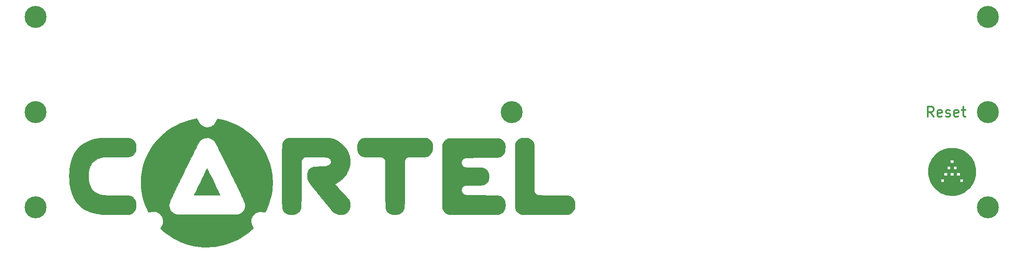
<source format=gts>
%TF.GenerationSoftware,KiCad,Pcbnew,4.0.7*%
%TF.CreationDate,2018-01-16T00:43:50-08:00*%
%TF.ProjectId,DanckBottomPlate,44616E636B426F74746F6D506C617465,rev?*%
%TF.FileFunction,Soldermask,Top*%
%FSLAX46Y46*%
G04 Gerber Fmt 4.6, Leading zero omitted, Abs format (unit mm)*
G04 Created by KiCad (PCBNEW 4.0.7) date 01/16/18 00:43:50*
%MOMM*%
%LPD*%
G01*
G04 APERTURE LIST*
%ADD10C,0.100000*%
%ADD11C,0.300000*%
%ADD12C,0.010000*%
%ADD13C,4.400000*%
G04 APERTURE END LIST*
D10*
D11*
X238426935Y-86629762D02*
X237760268Y-85677381D01*
X237284077Y-86629762D02*
X237284077Y-84629762D01*
X238045982Y-84629762D01*
X238236458Y-84725000D01*
X238331697Y-84820238D01*
X238426935Y-85010714D01*
X238426935Y-85296429D01*
X238331697Y-85486905D01*
X238236458Y-85582143D01*
X238045982Y-85677381D01*
X237284077Y-85677381D01*
X240045982Y-86534524D02*
X239855506Y-86629762D01*
X239474554Y-86629762D01*
X239284077Y-86534524D01*
X239188839Y-86344048D01*
X239188839Y-85582143D01*
X239284077Y-85391667D01*
X239474554Y-85296429D01*
X239855506Y-85296429D01*
X240045982Y-85391667D01*
X240141220Y-85582143D01*
X240141220Y-85772619D01*
X239188839Y-85963095D01*
X240903125Y-86534524D02*
X241093602Y-86629762D01*
X241474554Y-86629762D01*
X241665030Y-86534524D01*
X241760268Y-86344048D01*
X241760268Y-86248810D01*
X241665030Y-86058333D01*
X241474554Y-85963095D01*
X241188840Y-85963095D01*
X240998363Y-85867857D01*
X240903125Y-85677381D01*
X240903125Y-85582143D01*
X240998363Y-85391667D01*
X241188840Y-85296429D01*
X241474554Y-85296429D01*
X241665030Y-85391667D01*
X243379316Y-86534524D02*
X243188840Y-86629762D01*
X242807888Y-86629762D01*
X242617411Y-86534524D01*
X242522173Y-86344048D01*
X242522173Y-85582143D01*
X242617411Y-85391667D01*
X242807888Y-85296429D01*
X243188840Y-85296429D01*
X243379316Y-85391667D01*
X243474554Y-85582143D01*
X243474554Y-85772619D01*
X242522173Y-85963095D01*
X244045983Y-85296429D02*
X244807888Y-85296429D01*
X244331697Y-84629762D02*
X244331697Y-86344048D01*
X244426936Y-86534524D01*
X244617412Y-86629762D01*
X244807888Y-86629762D01*
D12*
G36*
X91031131Y-87037540D02*
X91091363Y-87122496D01*
X91172495Y-87256754D01*
X91270698Y-87434256D01*
X91300427Y-87490300D01*
X91459167Y-87773602D01*
X91610735Y-88001600D01*
X91764367Y-88184707D01*
X91929300Y-88333334D01*
X92114768Y-88457895D01*
X92200889Y-88505474D01*
X92541669Y-88648384D01*
X92888181Y-88724775D01*
X93235709Y-88735053D01*
X93579538Y-88679621D01*
X93914949Y-88558883D01*
X94237228Y-88373245D01*
X94303954Y-88325189D01*
X94468119Y-88176570D01*
X94630989Y-87975412D01*
X94796111Y-87716771D01*
X94957906Y-87414100D01*
X95028363Y-87273591D01*
X95087827Y-87156800D01*
X95129869Y-87076232D01*
X95147869Y-87044576D01*
X95190500Y-87040571D01*
X95289024Y-87052093D01*
X95433938Y-87077028D01*
X95615737Y-87113259D01*
X95824920Y-87158671D01*
X96051984Y-87211147D01*
X96287426Y-87268573D01*
X96521742Y-87328831D01*
X96745431Y-87389808D01*
X96901179Y-87434939D01*
X97757937Y-87725838D01*
X98596787Y-88079826D01*
X99412750Y-88493502D01*
X100200846Y-88963468D01*
X100956096Y-89486324D01*
X101673520Y-90058670D01*
X102348140Y-90677106D01*
X102974976Y-91338234D01*
X103443269Y-91901433D01*
X103994092Y-92658115D01*
X104483296Y-93441593D01*
X104911333Y-94252947D01*
X105278652Y-95093256D01*
X105585702Y-95963602D01*
X105832935Y-96865062D01*
X106020799Y-97798717D01*
X106089048Y-98251433D01*
X106113029Y-98480197D01*
X106131659Y-98762927D01*
X106144937Y-99086066D01*
X106152863Y-99436058D01*
X106155436Y-99799347D01*
X106152658Y-100162377D01*
X106144528Y-100511593D01*
X106131046Y-100833437D01*
X106112211Y-101114354D01*
X106089048Y-101333300D01*
X105930841Y-102274475D01*
X105715213Y-103182724D01*
X105442612Y-104056557D01*
X105113485Y-104894487D01*
X104842802Y-105472662D01*
X104777711Y-105599036D01*
X104731248Y-105675338D01*
X104693196Y-105712781D01*
X104653338Y-105722578D01*
X104618410Y-105718911D01*
X104215980Y-105662957D01*
X103865828Y-105638611D01*
X103559477Y-105647536D01*
X103288451Y-105691394D01*
X103044271Y-105771847D01*
X102818463Y-105890557D01*
X102602550Y-106049187D01*
X102507665Y-106132829D01*
X102290131Y-106362705D01*
X102126450Y-106605934D01*
X102003130Y-106883142D01*
X101987604Y-106927962D01*
X101906711Y-107223267D01*
X101872578Y-107499660D01*
X101886516Y-107770824D01*
X101949837Y-108050440D01*
X102063852Y-108352187D01*
X102139677Y-108514411D01*
X102337985Y-108917352D01*
X101992276Y-109239286D01*
X101323730Y-109816804D01*
X100606871Y-110350865D01*
X99847980Y-110838103D01*
X99053341Y-111275148D01*
X98229237Y-111658634D01*
X97381948Y-111985192D01*
X96517759Y-112251454D01*
X96239528Y-112323164D01*
X95792844Y-112427452D01*
X95380135Y-112511242D01*
X94984783Y-112576561D01*
X94590172Y-112625437D01*
X94179684Y-112659895D01*
X93736702Y-112681964D01*
X93244607Y-112693670D01*
X93196833Y-112694291D01*
X92941639Y-112696886D01*
X92703305Y-112698327D01*
X92491769Y-112698630D01*
X92316971Y-112697811D01*
X92188848Y-112695889D01*
X92117340Y-112692879D01*
X92113099Y-112692453D01*
X92031287Y-112683763D01*
X91901276Y-112670751D01*
X91742314Y-112655317D01*
X91605099Y-112642302D01*
X90974918Y-112562898D01*
X90314067Y-112442054D01*
X89641358Y-112284579D01*
X88975604Y-112095286D01*
X88335617Y-111878985D01*
X87816055Y-111673272D01*
X87051927Y-111317629D01*
X86306513Y-110912947D01*
X85590120Y-110465871D01*
X84913057Y-109983048D01*
X84285629Y-109471123D01*
X84002033Y-109214113D01*
X83764966Y-108991417D01*
X83944967Y-108649530D01*
X84068937Y-108403108D01*
X84158856Y-108195463D01*
X84220140Y-108010326D01*
X84258208Y-107831428D01*
X84278010Y-107649433D01*
X84271427Y-107288540D01*
X84200859Y-106949786D01*
X84066557Y-106633839D01*
X83868776Y-106341364D01*
X83717398Y-106175094D01*
X83499361Y-105978465D01*
X83281759Y-105826311D01*
X83054864Y-105716147D01*
X82808946Y-105645485D01*
X82534275Y-105611838D01*
X82221124Y-105612720D01*
X81859763Y-105645644D01*
X81719363Y-105664381D01*
X81299359Y-105724209D01*
X81104096Y-105315221D01*
X80748714Y-104504695D01*
X80716711Y-104415807D01*
X85464491Y-104415807D01*
X85494907Y-104693115D01*
X85575326Y-104982901D01*
X85698673Y-105261182D01*
X85730720Y-105318226D01*
X85923560Y-105582676D01*
X86167036Y-105812085D01*
X86449836Y-105998802D01*
X86760648Y-106135178D01*
X87044841Y-106206891D01*
X87097027Y-106210033D01*
X87213358Y-106213126D01*
X87390247Y-106216151D01*
X87624107Y-106219087D01*
X87911348Y-106221915D01*
X88248385Y-106224615D01*
X88631627Y-106227167D01*
X89057489Y-106229552D01*
X89522382Y-106231750D01*
X90022719Y-106233741D01*
X90554911Y-106235505D01*
X91115371Y-106237024D01*
X91700512Y-106238276D01*
X92306745Y-106239243D01*
X92930482Y-106239904D01*
X93071261Y-106240007D01*
X93817882Y-106240463D01*
X94499817Y-106240757D01*
X95120110Y-106240866D01*
X95681808Y-106240764D01*
X96187957Y-106240429D01*
X96641602Y-106239834D01*
X97045791Y-106238956D01*
X97403569Y-106237770D01*
X97717981Y-106236252D01*
X97992074Y-106234377D01*
X98228894Y-106232120D01*
X98431487Y-106229458D01*
X98602899Y-106226366D01*
X98746176Y-106222819D01*
X98864364Y-106218792D01*
X98960509Y-106214263D01*
X99037657Y-106209205D01*
X99098853Y-106203594D01*
X99147145Y-106197407D01*
X99184194Y-106190900D01*
X99527421Y-106089279D01*
X99838801Y-105932755D01*
X100111716Y-105726158D01*
X100339547Y-105474312D01*
X100485807Y-105241777D01*
X100619460Y-104945116D01*
X100695054Y-104668256D01*
X100713606Y-104397869D01*
X100676136Y-104120628D01*
X100592450Y-103846421D01*
X100522293Y-103664136D01*
X100439838Y-103460449D01*
X100343960Y-103233011D01*
X100233536Y-102979472D01*
X100107441Y-102697481D01*
X99964551Y-102384689D01*
X99803742Y-102038745D01*
X99623890Y-101657301D01*
X99423871Y-101238006D01*
X99202560Y-100778509D01*
X98958834Y-100276462D01*
X98691568Y-99729515D01*
X98399638Y-99135316D01*
X98081921Y-98491517D01*
X97737291Y-97795768D01*
X97364626Y-97045718D01*
X96962799Y-96239018D01*
X96731872Y-95776172D01*
X96439976Y-95191466D01*
X96176674Y-94664220D01*
X95940320Y-94191286D01*
X95729265Y-93769515D01*
X95541862Y-93395761D01*
X95376463Y-93066876D01*
X95231420Y-92779712D01*
X95105085Y-92531123D01*
X94995810Y-92317960D01*
X94901949Y-92137075D01*
X94821852Y-91985322D01*
X94753872Y-91859553D01*
X94696361Y-91756620D01*
X94647672Y-91673375D01*
X94606156Y-91606672D01*
X94570166Y-91553363D01*
X94538054Y-91510299D01*
X94508173Y-91474334D01*
X94478873Y-91442321D01*
X94448509Y-91411110D01*
X94444589Y-91407141D01*
X94175214Y-91180088D01*
X93874436Y-91007663D01*
X93551251Y-90892036D01*
X93214658Y-90835374D01*
X92873654Y-90839845D01*
X92537238Y-90907619D01*
X92466790Y-90930523D01*
X92307775Y-90993795D01*
X92144418Y-91071503D01*
X92009956Y-91147729D01*
X92000569Y-91153865D01*
X91929182Y-91201658D01*
X91864441Y-91247473D01*
X91804016Y-91295273D01*
X91745578Y-91349024D01*
X91686799Y-91412689D01*
X91625350Y-91490233D01*
X91558900Y-91585620D01*
X91485122Y-91702816D01*
X91401687Y-91845784D01*
X91306265Y-92018490D01*
X91196527Y-92224898D01*
X91070145Y-92468971D01*
X90924789Y-92754676D01*
X90758130Y-93085976D01*
X90567840Y-93466835D01*
X90351589Y-93901219D01*
X90158777Y-94289033D01*
X89698338Y-95216076D01*
X89267698Y-96084804D01*
X88865886Y-96897242D01*
X88491931Y-97655417D01*
X88144862Y-98361353D01*
X87823709Y-99017078D01*
X87527502Y-99624617D01*
X87255269Y-100185995D01*
X87006040Y-100703239D01*
X86778845Y-101178375D01*
X86572712Y-101613428D01*
X86386672Y-102010424D01*
X86219752Y-102371389D01*
X86070984Y-102698349D01*
X85939396Y-102993330D01*
X85824017Y-103258358D01*
X85723877Y-103495458D01*
X85638006Y-103706656D01*
X85599191Y-103805567D01*
X85535968Y-103975132D01*
X85495651Y-104104105D01*
X85473549Y-104213748D01*
X85464968Y-104325324D01*
X85464491Y-104415807D01*
X80716711Y-104415807D01*
X80454154Y-103686581D01*
X80217372Y-102850503D01*
X80035324Y-101986087D01*
X79935513Y-101333300D01*
X79917586Y-101162641D01*
X79900668Y-100939565D01*
X79885620Y-100679386D01*
X79873302Y-100397419D01*
X79864575Y-100108979D01*
X79863226Y-100046366D01*
X79861949Y-99405795D01*
X79886079Y-98810072D01*
X79937659Y-98240470D01*
X80018735Y-97678261D01*
X80131352Y-97104715D01*
X80230092Y-96686273D01*
X80485191Y-95805252D01*
X80801287Y-94950470D01*
X81175936Y-94124443D01*
X81606695Y-93329682D01*
X82091119Y-92568701D01*
X82626763Y-91844013D01*
X83211184Y-91158132D01*
X83841938Y-90513570D01*
X84516581Y-89912841D01*
X85232667Y-89358458D01*
X85987754Y-88852934D01*
X86779397Y-88398782D01*
X87605152Y-87998516D01*
X88462575Y-87654649D01*
X89268011Y-87392943D01*
X89433857Y-87347270D01*
X89632477Y-87296348D01*
X89852275Y-87242760D01*
X90081652Y-87189091D01*
X90309011Y-87137924D01*
X90522757Y-87091845D01*
X90711290Y-87053438D01*
X90863015Y-87025287D01*
X90966334Y-87009977D01*
X90995627Y-87007946D01*
X91031131Y-87037540D01*
X91031131Y-87037540D01*
G37*
X91031131Y-87037540D02*
X91091363Y-87122496D01*
X91172495Y-87256754D01*
X91270698Y-87434256D01*
X91300427Y-87490300D01*
X91459167Y-87773602D01*
X91610735Y-88001600D01*
X91764367Y-88184707D01*
X91929300Y-88333334D01*
X92114768Y-88457895D01*
X92200889Y-88505474D01*
X92541669Y-88648384D01*
X92888181Y-88724775D01*
X93235709Y-88735053D01*
X93579538Y-88679621D01*
X93914949Y-88558883D01*
X94237228Y-88373245D01*
X94303954Y-88325189D01*
X94468119Y-88176570D01*
X94630989Y-87975412D01*
X94796111Y-87716771D01*
X94957906Y-87414100D01*
X95028363Y-87273591D01*
X95087827Y-87156800D01*
X95129869Y-87076232D01*
X95147869Y-87044576D01*
X95190500Y-87040571D01*
X95289024Y-87052093D01*
X95433938Y-87077028D01*
X95615737Y-87113259D01*
X95824920Y-87158671D01*
X96051984Y-87211147D01*
X96287426Y-87268573D01*
X96521742Y-87328831D01*
X96745431Y-87389808D01*
X96901179Y-87434939D01*
X97757937Y-87725838D01*
X98596787Y-88079826D01*
X99412750Y-88493502D01*
X100200846Y-88963468D01*
X100956096Y-89486324D01*
X101673520Y-90058670D01*
X102348140Y-90677106D01*
X102974976Y-91338234D01*
X103443269Y-91901433D01*
X103994092Y-92658115D01*
X104483296Y-93441593D01*
X104911333Y-94252947D01*
X105278652Y-95093256D01*
X105585702Y-95963602D01*
X105832935Y-96865062D01*
X106020799Y-97798717D01*
X106089048Y-98251433D01*
X106113029Y-98480197D01*
X106131659Y-98762927D01*
X106144937Y-99086066D01*
X106152863Y-99436058D01*
X106155436Y-99799347D01*
X106152658Y-100162377D01*
X106144528Y-100511593D01*
X106131046Y-100833437D01*
X106112211Y-101114354D01*
X106089048Y-101333300D01*
X105930841Y-102274475D01*
X105715213Y-103182724D01*
X105442612Y-104056557D01*
X105113485Y-104894487D01*
X104842802Y-105472662D01*
X104777711Y-105599036D01*
X104731248Y-105675338D01*
X104693196Y-105712781D01*
X104653338Y-105722578D01*
X104618410Y-105718911D01*
X104215980Y-105662957D01*
X103865828Y-105638611D01*
X103559477Y-105647536D01*
X103288451Y-105691394D01*
X103044271Y-105771847D01*
X102818463Y-105890557D01*
X102602550Y-106049187D01*
X102507665Y-106132829D01*
X102290131Y-106362705D01*
X102126450Y-106605934D01*
X102003130Y-106883142D01*
X101987604Y-106927962D01*
X101906711Y-107223267D01*
X101872578Y-107499660D01*
X101886516Y-107770824D01*
X101949837Y-108050440D01*
X102063852Y-108352187D01*
X102139677Y-108514411D01*
X102337985Y-108917352D01*
X101992276Y-109239286D01*
X101323730Y-109816804D01*
X100606871Y-110350865D01*
X99847980Y-110838103D01*
X99053341Y-111275148D01*
X98229237Y-111658634D01*
X97381948Y-111985192D01*
X96517759Y-112251454D01*
X96239528Y-112323164D01*
X95792844Y-112427452D01*
X95380135Y-112511242D01*
X94984783Y-112576561D01*
X94590172Y-112625437D01*
X94179684Y-112659895D01*
X93736702Y-112681964D01*
X93244607Y-112693670D01*
X93196833Y-112694291D01*
X92941639Y-112696886D01*
X92703305Y-112698327D01*
X92491769Y-112698630D01*
X92316971Y-112697811D01*
X92188848Y-112695889D01*
X92117340Y-112692879D01*
X92113099Y-112692453D01*
X92031287Y-112683763D01*
X91901276Y-112670751D01*
X91742314Y-112655317D01*
X91605099Y-112642302D01*
X90974918Y-112562898D01*
X90314067Y-112442054D01*
X89641358Y-112284579D01*
X88975604Y-112095286D01*
X88335617Y-111878985D01*
X87816055Y-111673272D01*
X87051927Y-111317629D01*
X86306513Y-110912947D01*
X85590120Y-110465871D01*
X84913057Y-109983048D01*
X84285629Y-109471123D01*
X84002033Y-109214113D01*
X83764966Y-108991417D01*
X83944967Y-108649530D01*
X84068937Y-108403108D01*
X84158856Y-108195463D01*
X84220140Y-108010326D01*
X84258208Y-107831428D01*
X84278010Y-107649433D01*
X84271427Y-107288540D01*
X84200859Y-106949786D01*
X84066557Y-106633839D01*
X83868776Y-106341364D01*
X83717398Y-106175094D01*
X83499361Y-105978465D01*
X83281759Y-105826311D01*
X83054864Y-105716147D01*
X82808946Y-105645485D01*
X82534275Y-105611838D01*
X82221124Y-105612720D01*
X81859763Y-105645644D01*
X81719363Y-105664381D01*
X81299359Y-105724209D01*
X81104096Y-105315221D01*
X80748714Y-104504695D01*
X80716711Y-104415807D01*
X85464491Y-104415807D01*
X85494907Y-104693115D01*
X85575326Y-104982901D01*
X85698673Y-105261182D01*
X85730720Y-105318226D01*
X85923560Y-105582676D01*
X86167036Y-105812085D01*
X86449836Y-105998802D01*
X86760648Y-106135178D01*
X87044841Y-106206891D01*
X87097027Y-106210033D01*
X87213358Y-106213126D01*
X87390247Y-106216151D01*
X87624107Y-106219087D01*
X87911348Y-106221915D01*
X88248385Y-106224615D01*
X88631627Y-106227167D01*
X89057489Y-106229552D01*
X89522382Y-106231750D01*
X90022719Y-106233741D01*
X90554911Y-106235505D01*
X91115371Y-106237024D01*
X91700512Y-106238276D01*
X92306745Y-106239243D01*
X92930482Y-106239904D01*
X93071261Y-106240007D01*
X93817882Y-106240463D01*
X94499817Y-106240757D01*
X95120110Y-106240866D01*
X95681808Y-106240764D01*
X96187957Y-106240429D01*
X96641602Y-106239834D01*
X97045791Y-106238956D01*
X97403569Y-106237770D01*
X97717981Y-106236252D01*
X97992074Y-106234377D01*
X98228894Y-106232120D01*
X98431487Y-106229458D01*
X98602899Y-106226366D01*
X98746176Y-106222819D01*
X98864364Y-106218792D01*
X98960509Y-106214263D01*
X99037657Y-106209205D01*
X99098853Y-106203594D01*
X99147145Y-106197407D01*
X99184194Y-106190900D01*
X99527421Y-106089279D01*
X99838801Y-105932755D01*
X100111716Y-105726158D01*
X100339547Y-105474312D01*
X100485807Y-105241777D01*
X100619460Y-104945116D01*
X100695054Y-104668256D01*
X100713606Y-104397869D01*
X100676136Y-104120628D01*
X100592450Y-103846421D01*
X100522293Y-103664136D01*
X100439838Y-103460449D01*
X100343960Y-103233011D01*
X100233536Y-102979472D01*
X100107441Y-102697481D01*
X99964551Y-102384689D01*
X99803742Y-102038745D01*
X99623890Y-101657301D01*
X99423871Y-101238006D01*
X99202560Y-100778509D01*
X98958834Y-100276462D01*
X98691568Y-99729515D01*
X98399638Y-99135316D01*
X98081921Y-98491517D01*
X97737291Y-97795768D01*
X97364626Y-97045718D01*
X96962799Y-96239018D01*
X96731872Y-95776172D01*
X96439976Y-95191466D01*
X96176674Y-94664220D01*
X95940320Y-94191286D01*
X95729265Y-93769515D01*
X95541862Y-93395761D01*
X95376463Y-93066876D01*
X95231420Y-92779712D01*
X95105085Y-92531123D01*
X94995810Y-92317960D01*
X94901949Y-92137075D01*
X94821852Y-91985322D01*
X94753872Y-91859553D01*
X94696361Y-91756620D01*
X94647672Y-91673375D01*
X94606156Y-91606672D01*
X94570166Y-91553363D01*
X94538054Y-91510299D01*
X94508173Y-91474334D01*
X94478873Y-91442321D01*
X94448509Y-91411110D01*
X94444589Y-91407141D01*
X94175214Y-91180088D01*
X93874436Y-91007663D01*
X93551251Y-90892036D01*
X93214658Y-90835374D01*
X92873654Y-90839845D01*
X92537238Y-90907619D01*
X92466790Y-90930523D01*
X92307775Y-90993795D01*
X92144418Y-91071503D01*
X92009956Y-91147729D01*
X92000569Y-91153865D01*
X91929182Y-91201658D01*
X91864441Y-91247473D01*
X91804016Y-91295273D01*
X91745578Y-91349024D01*
X91686799Y-91412689D01*
X91625350Y-91490233D01*
X91558900Y-91585620D01*
X91485122Y-91702816D01*
X91401687Y-91845784D01*
X91306265Y-92018490D01*
X91196527Y-92224898D01*
X91070145Y-92468971D01*
X90924789Y-92754676D01*
X90758130Y-93085976D01*
X90567840Y-93466835D01*
X90351589Y-93901219D01*
X90158777Y-94289033D01*
X89698338Y-95216076D01*
X89267698Y-96084804D01*
X88865886Y-96897242D01*
X88491931Y-97655417D01*
X88144862Y-98361353D01*
X87823709Y-99017078D01*
X87527502Y-99624617D01*
X87255269Y-100185995D01*
X87006040Y-100703239D01*
X86778845Y-101178375D01*
X86572712Y-101613428D01*
X86386672Y-102010424D01*
X86219752Y-102371389D01*
X86070984Y-102698349D01*
X85939396Y-102993330D01*
X85824017Y-103258358D01*
X85723877Y-103495458D01*
X85638006Y-103706656D01*
X85599191Y-103805567D01*
X85535968Y-103975132D01*
X85495651Y-104104105D01*
X85473549Y-104213748D01*
X85464968Y-104325324D01*
X85464491Y-104415807D01*
X80716711Y-104415807D01*
X80454154Y-103686581D01*
X80217372Y-102850503D01*
X80035324Y-101986087D01*
X79935513Y-101333300D01*
X79917586Y-101162641D01*
X79900668Y-100939565D01*
X79885620Y-100679386D01*
X79873302Y-100397419D01*
X79864575Y-100108979D01*
X79863226Y-100046366D01*
X79861949Y-99405795D01*
X79886079Y-98810072D01*
X79937659Y-98240470D01*
X80018735Y-97678261D01*
X80131352Y-97104715D01*
X80230092Y-96686273D01*
X80485191Y-95805252D01*
X80801287Y-94950470D01*
X81175936Y-94124443D01*
X81606695Y-93329682D01*
X82091119Y-92568701D01*
X82626763Y-91844013D01*
X83211184Y-91158132D01*
X83841938Y-90513570D01*
X84516581Y-89912841D01*
X85232667Y-89358458D01*
X85987754Y-88852934D01*
X86779397Y-88398782D01*
X87605152Y-87998516D01*
X88462575Y-87654649D01*
X89268011Y-87392943D01*
X89433857Y-87347270D01*
X89632477Y-87296348D01*
X89852275Y-87242760D01*
X90081652Y-87189091D01*
X90309011Y-87137924D01*
X90522757Y-87091845D01*
X90711290Y-87053438D01*
X90863015Y-87025287D01*
X90966334Y-87009977D01*
X90995627Y-87007946D01*
X91031131Y-87037540D01*
G36*
X76163997Y-90839955D02*
X76459493Y-90842830D01*
X76712251Y-90847684D01*
X76927268Y-90854705D01*
X77109543Y-90864083D01*
X77264072Y-90876008D01*
X77395854Y-90890670D01*
X77509885Y-90908257D01*
X77611163Y-90928961D01*
X77704686Y-90952970D01*
X77762098Y-90969947D01*
X78055280Y-91094743D01*
X78311737Y-91274023D01*
X78525678Y-91502011D01*
X78691312Y-91772935D01*
X78773144Y-91977967D01*
X78818010Y-92167123D01*
X78849010Y-92401412D01*
X78865344Y-92659505D01*
X78866213Y-92920074D01*
X78850817Y-93161790D01*
X78824115Y-93337581D01*
X78724487Y-93676680D01*
X78578952Y-93966195D01*
X78386423Y-94207329D01*
X78145810Y-94401285D01*
X77856024Y-94549264D01*
X77668966Y-94613344D01*
X77625398Y-94624567D01*
X77573472Y-94634429D01*
X77508370Y-94643074D01*
X77425275Y-94650646D01*
X77319369Y-94657288D01*
X77185836Y-94663145D01*
X77019857Y-94668360D01*
X76816615Y-94673076D01*
X76571293Y-94677438D01*
X76279073Y-94681590D01*
X75935138Y-94685675D01*
X75534671Y-94689836D01*
X75072854Y-94694218D01*
X74908833Y-94695713D01*
X72351899Y-94718844D01*
X71962433Y-94804313D01*
X71482520Y-94936215D01*
X71054973Y-95110509D01*
X70678227Y-95328608D01*
X70350718Y-95591925D01*
X70070880Y-95901874D01*
X69837149Y-96259867D01*
X69647959Y-96667317D01*
X69537986Y-96993674D01*
X69444295Y-97395189D01*
X69382199Y-97836471D01*
X69351523Y-98301599D01*
X69352093Y-98774651D01*
X69383734Y-99239706D01*
X69446272Y-99680844D01*
X69539531Y-100082142D01*
X69573059Y-100191118D01*
X69747666Y-100624385D01*
X69971902Y-101011764D01*
X70244611Y-101352186D01*
X70564636Y-101644579D01*
X70930821Y-101887874D01*
X71342009Y-102081001D01*
X71758406Y-102213285D01*
X71866572Y-102240395D01*
X71966653Y-102263991D01*
X72064123Y-102284364D01*
X72164458Y-102301808D01*
X72273136Y-102316612D01*
X72395633Y-102329070D01*
X72537423Y-102339474D01*
X72703984Y-102348115D01*
X72900792Y-102355285D01*
X73133323Y-102361276D01*
X73407053Y-102366380D01*
X73727458Y-102370890D01*
X74100014Y-102375096D01*
X74530198Y-102379292D01*
X74942700Y-102383045D01*
X75418579Y-102387433D01*
X75831619Y-102391569D01*
X76186710Y-102395600D01*
X76488744Y-102399676D01*
X76742613Y-102403944D01*
X76953209Y-102408554D01*
X77125423Y-102413654D01*
X77264147Y-102419392D01*
X77374274Y-102425918D01*
X77460694Y-102433380D01*
X77528299Y-102441926D01*
X77581982Y-102451706D01*
X77626634Y-102462867D01*
X77633255Y-102464787D01*
X77961396Y-102588576D01*
X78235527Y-102751706D01*
X78458772Y-102957135D01*
X78634254Y-103207820D01*
X78765096Y-103506720D01*
X78779269Y-103550160D01*
X78809195Y-103654369D01*
X78829950Y-103754932D01*
X78843033Y-103867585D01*
X78849942Y-104008062D01*
X78852176Y-104192100D01*
X78851973Y-104313567D01*
X78850048Y-104521643D01*
X78845128Y-104678181D01*
X78835316Y-104799366D01*
X78818712Y-104901385D01*
X78793417Y-105000423D01*
X78758621Y-105109433D01*
X78626186Y-105414578D01*
X78449404Y-105669481D01*
X78225075Y-105877431D01*
X77950001Y-106041717D01*
X77783715Y-106111774D01*
X77567366Y-106192163D01*
X74891900Y-106197941D01*
X74355150Y-106198801D01*
X73881913Y-106198882D01*
X73467973Y-106198132D01*
X73109112Y-106196497D01*
X72801115Y-106193922D01*
X72539763Y-106190355D01*
X72320842Y-106185741D01*
X72140133Y-106180026D01*
X71993422Y-106173157D01*
X71876490Y-106165081D01*
X71810033Y-106158673D01*
X71057747Y-106050371D01*
X70356206Y-105897599D01*
X69704656Y-105699879D01*
X69102341Y-105456735D01*
X68548505Y-105167689D01*
X68042392Y-104832265D01*
X67583249Y-104449986D01*
X67170319Y-104020374D01*
X66802846Y-103542953D01*
X66480075Y-103017245D01*
X66311708Y-102687195D01*
X66064217Y-102094940D01*
X65861413Y-101454991D01*
X65703796Y-100770988D01*
X65591870Y-100046575D01*
X65526136Y-99285394D01*
X65507096Y-98491087D01*
X65535252Y-97667296D01*
X65565078Y-97269300D01*
X65653739Y-96549123D01*
X65789638Y-95863757D01*
X65971498Y-95216217D01*
X66198045Y-94609520D01*
X66468002Y-94046683D01*
X66780093Y-93530721D01*
X67133044Y-93064650D01*
X67513267Y-92663056D01*
X67940797Y-92296276D01*
X68400162Y-91973787D01*
X68895616Y-91693794D01*
X69431411Y-91454503D01*
X70011800Y-91254122D01*
X70641036Y-91090857D01*
X71323372Y-90962914D01*
X71657633Y-90915248D01*
X71755884Y-90903961D01*
X71868732Y-90894049D01*
X72001446Y-90885379D01*
X72159295Y-90877819D01*
X72347546Y-90871233D01*
X72571469Y-90865490D01*
X72836333Y-90860455D01*
X73147406Y-90855996D01*
X73509956Y-90851979D01*
X73929253Y-90848270D01*
X74410565Y-90844736D01*
X74454684Y-90844439D01*
X74971107Y-90841299D01*
X75424801Y-90839379D01*
X75820766Y-90838868D01*
X76163997Y-90839955D01*
X76163997Y-90839955D01*
G37*
X76163997Y-90839955D02*
X76459493Y-90842830D01*
X76712251Y-90847684D01*
X76927268Y-90854705D01*
X77109543Y-90864083D01*
X77264072Y-90876008D01*
X77395854Y-90890670D01*
X77509885Y-90908257D01*
X77611163Y-90928961D01*
X77704686Y-90952970D01*
X77762098Y-90969947D01*
X78055280Y-91094743D01*
X78311737Y-91274023D01*
X78525678Y-91502011D01*
X78691312Y-91772935D01*
X78773144Y-91977967D01*
X78818010Y-92167123D01*
X78849010Y-92401412D01*
X78865344Y-92659505D01*
X78866213Y-92920074D01*
X78850817Y-93161790D01*
X78824115Y-93337581D01*
X78724487Y-93676680D01*
X78578952Y-93966195D01*
X78386423Y-94207329D01*
X78145810Y-94401285D01*
X77856024Y-94549264D01*
X77668966Y-94613344D01*
X77625398Y-94624567D01*
X77573472Y-94634429D01*
X77508370Y-94643074D01*
X77425275Y-94650646D01*
X77319369Y-94657288D01*
X77185836Y-94663145D01*
X77019857Y-94668360D01*
X76816615Y-94673076D01*
X76571293Y-94677438D01*
X76279073Y-94681590D01*
X75935138Y-94685675D01*
X75534671Y-94689836D01*
X75072854Y-94694218D01*
X74908833Y-94695713D01*
X72351899Y-94718844D01*
X71962433Y-94804313D01*
X71482520Y-94936215D01*
X71054973Y-95110509D01*
X70678227Y-95328608D01*
X70350718Y-95591925D01*
X70070880Y-95901874D01*
X69837149Y-96259867D01*
X69647959Y-96667317D01*
X69537986Y-96993674D01*
X69444295Y-97395189D01*
X69382199Y-97836471D01*
X69351523Y-98301599D01*
X69352093Y-98774651D01*
X69383734Y-99239706D01*
X69446272Y-99680844D01*
X69539531Y-100082142D01*
X69573059Y-100191118D01*
X69747666Y-100624385D01*
X69971902Y-101011764D01*
X70244611Y-101352186D01*
X70564636Y-101644579D01*
X70930821Y-101887874D01*
X71342009Y-102081001D01*
X71758406Y-102213285D01*
X71866572Y-102240395D01*
X71966653Y-102263991D01*
X72064123Y-102284364D01*
X72164458Y-102301808D01*
X72273136Y-102316612D01*
X72395633Y-102329070D01*
X72537423Y-102339474D01*
X72703984Y-102348115D01*
X72900792Y-102355285D01*
X73133323Y-102361276D01*
X73407053Y-102366380D01*
X73727458Y-102370890D01*
X74100014Y-102375096D01*
X74530198Y-102379292D01*
X74942700Y-102383045D01*
X75418579Y-102387433D01*
X75831619Y-102391569D01*
X76186710Y-102395600D01*
X76488744Y-102399676D01*
X76742613Y-102403944D01*
X76953209Y-102408554D01*
X77125423Y-102413654D01*
X77264147Y-102419392D01*
X77374274Y-102425918D01*
X77460694Y-102433380D01*
X77528299Y-102441926D01*
X77581982Y-102451706D01*
X77626634Y-102462867D01*
X77633255Y-102464787D01*
X77961396Y-102588576D01*
X78235527Y-102751706D01*
X78458772Y-102957135D01*
X78634254Y-103207820D01*
X78765096Y-103506720D01*
X78779269Y-103550160D01*
X78809195Y-103654369D01*
X78829950Y-103754932D01*
X78843033Y-103867585D01*
X78849942Y-104008062D01*
X78852176Y-104192100D01*
X78851973Y-104313567D01*
X78850048Y-104521643D01*
X78845128Y-104678181D01*
X78835316Y-104799366D01*
X78818712Y-104901385D01*
X78793417Y-105000423D01*
X78758621Y-105109433D01*
X78626186Y-105414578D01*
X78449404Y-105669481D01*
X78225075Y-105877431D01*
X77950001Y-106041717D01*
X77783715Y-106111774D01*
X77567366Y-106192163D01*
X74891900Y-106197941D01*
X74355150Y-106198801D01*
X73881913Y-106198882D01*
X73467973Y-106198132D01*
X73109112Y-106196497D01*
X72801115Y-106193922D01*
X72539763Y-106190355D01*
X72320842Y-106185741D01*
X72140133Y-106180026D01*
X71993422Y-106173157D01*
X71876490Y-106165081D01*
X71810033Y-106158673D01*
X71057747Y-106050371D01*
X70356206Y-105897599D01*
X69704656Y-105699879D01*
X69102341Y-105456735D01*
X68548505Y-105167689D01*
X68042392Y-104832265D01*
X67583249Y-104449986D01*
X67170319Y-104020374D01*
X66802846Y-103542953D01*
X66480075Y-103017245D01*
X66311708Y-102687195D01*
X66064217Y-102094940D01*
X65861413Y-101454991D01*
X65703796Y-100770988D01*
X65591870Y-100046575D01*
X65526136Y-99285394D01*
X65507096Y-98491087D01*
X65535252Y-97667296D01*
X65565078Y-97269300D01*
X65653739Y-96549123D01*
X65789638Y-95863757D01*
X65971498Y-95216217D01*
X66198045Y-94609520D01*
X66468002Y-94046683D01*
X66780093Y-93530721D01*
X67133044Y-93064650D01*
X67513267Y-92663056D01*
X67940797Y-92296276D01*
X68400162Y-91973787D01*
X68895616Y-91693794D01*
X69431411Y-91454503D01*
X70011800Y-91254122D01*
X70641036Y-91090857D01*
X71323372Y-90962914D01*
X71657633Y-90915248D01*
X71755884Y-90903961D01*
X71868732Y-90894049D01*
X72001446Y-90885379D01*
X72159295Y-90877819D01*
X72347546Y-90871233D01*
X72571469Y-90865490D01*
X72836333Y-90860455D01*
X73147406Y-90855996D01*
X73509956Y-90851979D01*
X73929253Y-90848270D01*
X74410565Y-90844736D01*
X74454684Y-90844439D01*
X74971107Y-90841299D01*
X75424801Y-90839379D01*
X75820766Y-90838868D01*
X76163997Y-90839955D01*
G36*
X117851766Y-90930107D02*
X118341663Y-91065060D01*
X118801695Y-91248642D01*
X119238982Y-91485012D01*
X119660639Y-91778329D01*
X120073783Y-92132752D01*
X120312411Y-92368058D01*
X120676907Y-92778026D01*
X120979558Y-93194292D01*
X121226146Y-93626901D01*
X121422456Y-94085903D01*
X121564388Y-94543033D01*
X121614249Y-94788894D01*
X121650319Y-95081065D01*
X121671879Y-95399396D01*
X121678213Y-95723739D01*
X121668603Y-96033943D01*
X121642332Y-96309858D01*
X121630090Y-96388767D01*
X121511352Y-96899691D01*
X121335829Y-97385789D01*
X121101030Y-97851772D01*
X120804462Y-98302349D01*
X120443632Y-98742232D01*
X120307666Y-98888319D01*
X119894141Y-99280206D01*
X119462121Y-99613308D01*
X119016895Y-99883603D01*
X118958505Y-99913826D01*
X118819405Y-99986326D01*
X118706566Y-100048814D01*
X118631424Y-100094692D01*
X118605417Y-100117361D01*
X118605467Y-100117508D01*
X118629696Y-100145113D01*
X118696479Y-100217327D01*
X118801641Y-100329725D01*
X118941008Y-100477882D01*
X119110404Y-100657374D01*
X119305656Y-100863775D01*
X119522588Y-101092662D01*
X119757026Y-101339608D01*
X119947444Y-101539908D01*
X120197250Y-101803555D01*
X120436054Y-102057578D01*
X120659174Y-102296862D01*
X120861931Y-102516295D01*
X121039641Y-102710765D01*
X121187624Y-102875160D01*
X121301199Y-103004366D01*
X121375683Y-103093270D01*
X121401441Y-103127827D01*
X121534468Y-103368304D01*
X121626356Y-103621621D01*
X121682106Y-103905127D01*
X121704699Y-104180080D01*
X121697792Y-104588332D01*
X121641308Y-104954547D01*
X121536247Y-105277171D01*
X121383610Y-105554648D01*
X121184396Y-105785424D01*
X120939608Y-105967944D01*
X120650245Y-106100653D01*
X120429765Y-106161388D01*
X120238664Y-106189984D01*
X120012392Y-106205450D01*
X119773373Y-106207883D01*
X119544029Y-106197381D01*
X119346785Y-106174042D01*
X119262121Y-106156293D01*
X118952406Y-106047471D01*
X118631837Y-105880672D01*
X118311136Y-105662124D01*
X118076160Y-105467271D01*
X118034928Y-105422888D01*
X117954840Y-105329613D01*
X117839232Y-105191536D01*
X117691444Y-105012751D01*
X117514814Y-104797348D01*
X117312680Y-104549419D01*
X117088381Y-104273057D01*
X116845254Y-103972352D01*
X116586638Y-103651397D01*
X116315871Y-103314283D01*
X116112587Y-103060500D01*
X115830648Y-102708359D01*
X115555422Y-102365060D01*
X115290601Y-102035185D01*
X115039881Y-101723314D01*
X114806955Y-101434028D01*
X114595517Y-101171909D01*
X114409260Y-100941537D01*
X114251880Y-100747494D01*
X114127070Y-100594361D01*
X114038523Y-100486718D01*
X114003280Y-100444628D01*
X113738516Y-100117828D01*
X113526142Y-99819537D01*
X113362102Y-99540819D01*
X113242345Y-99272740D01*
X113162816Y-99006363D01*
X113119461Y-98732754D01*
X113108025Y-98471248D01*
X113131983Y-98076581D01*
X113202230Y-97730737D01*
X113319734Y-97432197D01*
X113485465Y-97179445D01*
X113700394Y-96970961D01*
X113965490Y-96805229D01*
X114244966Y-96692273D01*
X114314838Y-96671042D01*
X114385072Y-96653763D01*
X114464067Y-96639799D01*
X114560219Y-96628518D01*
X114681925Y-96619286D01*
X114837585Y-96611468D01*
X115035593Y-96604430D01*
X115284350Y-96597538D01*
X115592250Y-96590159D01*
X115599633Y-96589989D01*
X115947598Y-96581065D01*
X116234459Y-96571543D01*
X116466845Y-96561030D01*
X116651386Y-96549134D01*
X116794710Y-96535461D01*
X116903447Y-96519618D01*
X116950405Y-96509956D01*
X117245472Y-96421907D01*
X117479271Y-96308343D01*
X117654186Y-96166909D01*
X117772599Y-95995250D01*
X117836892Y-95791011D01*
X117851022Y-95619893D01*
X117827257Y-95388866D01*
X117751360Y-95198312D01*
X117619121Y-95041280D01*
X117426328Y-94910819D01*
X117419257Y-94907081D01*
X117345908Y-94869043D01*
X117277764Y-94836313D01*
X117209330Y-94808491D01*
X117135110Y-94785179D01*
X117049608Y-94765979D01*
X116947330Y-94750490D01*
X116822780Y-94738315D01*
X116670462Y-94729055D01*
X116484882Y-94722310D01*
X116260543Y-94717683D01*
X115991951Y-94714774D01*
X115673609Y-94713184D01*
X115300024Y-94712515D01*
X114865698Y-94712368D01*
X114736033Y-94712366D01*
X112619366Y-94712366D01*
X112446984Y-94803325D01*
X112254328Y-94936167D01*
X112093623Y-95107975D01*
X111997063Y-95268703D01*
X111989278Y-95290442D01*
X111982208Y-95322014D01*
X111975802Y-95366772D01*
X111970009Y-95428073D01*
X111964779Y-95509270D01*
X111960061Y-95613719D01*
X111955804Y-95744773D01*
X111951956Y-95905788D01*
X111948468Y-96100118D01*
X111945289Y-96331118D01*
X111942367Y-96602142D01*
X111939651Y-96916545D01*
X111937092Y-97277681D01*
X111934638Y-97688906D01*
X111932239Y-98153574D01*
X111929843Y-98675039D01*
X111927399Y-99256657D01*
X111924858Y-99901781D01*
X111924175Y-100080233D01*
X111921618Y-100740553D01*
X111919194Y-101336592D01*
X111916846Y-101871800D01*
X111914521Y-102349629D01*
X111912163Y-102773531D01*
X111909717Y-103146958D01*
X111907129Y-103473360D01*
X111904343Y-103756189D01*
X111901306Y-103998897D01*
X111897961Y-104204935D01*
X111894254Y-104377754D01*
X111890131Y-104520806D01*
X111885536Y-104637543D01*
X111880414Y-104731415D01*
X111874711Y-104805875D01*
X111868372Y-104864374D01*
X111861342Y-104910362D01*
X111853565Y-104947293D01*
X111846379Y-104973967D01*
X111721555Y-105306540D01*
X111558488Y-105583906D01*
X111354913Y-105808244D01*
X111108566Y-105981732D01*
X110817184Y-106106551D01*
X110614014Y-106160219D01*
X110411279Y-106190214D01*
X110169529Y-106205880D01*
X109910887Y-106207531D01*
X109657477Y-106195477D01*
X109431420Y-106170032D01*
X109289954Y-106141521D01*
X108973406Y-106030437D01*
X108706919Y-105875001D01*
X108488219Y-105672885D01*
X108315030Y-105421764D01*
X108185078Y-105119311D01*
X108140012Y-104965500D01*
X108132753Y-104934084D01*
X108126114Y-104896785D01*
X108120069Y-104850612D01*
X108114588Y-104792572D01*
X108109645Y-104719674D01*
X108105213Y-104628925D01*
X108101263Y-104517333D01*
X108097768Y-104381905D01*
X108094701Y-104219649D01*
X108092035Y-104027573D01*
X108089741Y-103802685D01*
X108087792Y-103541992D01*
X108086161Y-103242502D01*
X108084820Y-102901223D01*
X108083741Y-102515162D01*
X108082898Y-102081327D01*
X108082263Y-101596727D01*
X108081807Y-101058368D01*
X108081504Y-100463259D01*
X108081326Y-99808406D01*
X108081246Y-99090819D01*
X108081233Y-98573167D01*
X108081258Y-97812834D01*
X108081354Y-97117219D01*
X108081548Y-96483303D01*
X108081870Y-95908069D01*
X108082348Y-95388501D01*
X108083011Y-94921582D01*
X108083889Y-94504295D01*
X108085008Y-94133623D01*
X108086400Y-93806549D01*
X108088091Y-93520057D01*
X108090111Y-93271128D01*
X108092489Y-93056748D01*
X108095254Y-92873897D01*
X108098434Y-92719561D01*
X108102057Y-92590721D01*
X108106154Y-92484361D01*
X108110752Y-92397464D01*
X108115880Y-92327013D01*
X108121568Y-92269991D01*
X108127843Y-92223381D01*
X108134735Y-92184167D01*
X108142272Y-92149331D01*
X108142494Y-92148384D01*
X108244843Y-91822168D01*
X108388588Y-91547343D01*
X108577418Y-91320137D01*
X108815024Y-91136777D01*
X109105093Y-90993492D01*
X109351233Y-90912266D01*
X109387927Y-90903015D01*
X109429733Y-90894749D01*
X109480459Y-90887416D01*
X109543914Y-90880958D01*
X109623910Y-90875321D01*
X109724254Y-90870449D01*
X109848756Y-90866288D01*
X110001226Y-90862782D01*
X110185472Y-90859875D01*
X110405306Y-90857513D01*
X110664535Y-90855639D01*
X110966969Y-90854200D01*
X111316417Y-90853139D01*
X111716690Y-90852401D01*
X112171596Y-90851932D01*
X112684945Y-90851675D01*
X113260546Y-90851575D01*
X113533766Y-90851566D01*
X117496166Y-90851566D01*
X117851766Y-90930107D01*
X117851766Y-90930107D01*
G37*
X117851766Y-90930107D02*
X118341663Y-91065060D01*
X118801695Y-91248642D01*
X119238982Y-91485012D01*
X119660639Y-91778329D01*
X120073783Y-92132752D01*
X120312411Y-92368058D01*
X120676907Y-92778026D01*
X120979558Y-93194292D01*
X121226146Y-93626901D01*
X121422456Y-94085903D01*
X121564388Y-94543033D01*
X121614249Y-94788894D01*
X121650319Y-95081065D01*
X121671879Y-95399396D01*
X121678213Y-95723739D01*
X121668603Y-96033943D01*
X121642332Y-96309858D01*
X121630090Y-96388767D01*
X121511352Y-96899691D01*
X121335829Y-97385789D01*
X121101030Y-97851772D01*
X120804462Y-98302349D01*
X120443632Y-98742232D01*
X120307666Y-98888319D01*
X119894141Y-99280206D01*
X119462121Y-99613308D01*
X119016895Y-99883603D01*
X118958505Y-99913826D01*
X118819405Y-99986326D01*
X118706566Y-100048814D01*
X118631424Y-100094692D01*
X118605417Y-100117361D01*
X118605467Y-100117508D01*
X118629696Y-100145113D01*
X118696479Y-100217327D01*
X118801641Y-100329725D01*
X118941008Y-100477882D01*
X119110404Y-100657374D01*
X119305656Y-100863775D01*
X119522588Y-101092662D01*
X119757026Y-101339608D01*
X119947444Y-101539908D01*
X120197250Y-101803555D01*
X120436054Y-102057578D01*
X120659174Y-102296862D01*
X120861931Y-102516295D01*
X121039641Y-102710765D01*
X121187624Y-102875160D01*
X121301199Y-103004366D01*
X121375683Y-103093270D01*
X121401441Y-103127827D01*
X121534468Y-103368304D01*
X121626356Y-103621621D01*
X121682106Y-103905127D01*
X121704699Y-104180080D01*
X121697792Y-104588332D01*
X121641308Y-104954547D01*
X121536247Y-105277171D01*
X121383610Y-105554648D01*
X121184396Y-105785424D01*
X120939608Y-105967944D01*
X120650245Y-106100653D01*
X120429765Y-106161388D01*
X120238664Y-106189984D01*
X120012392Y-106205450D01*
X119773373Y-106207883D01*
X119544029Y-106197381D01*
X119346785Y-106174042D01*
X119262121Y-106156293D01*
X118952406Y-106047471D01*
X118631837Y-105880672D01*
X118311136Y-105662124D01*
X118076160Y-105467271D01*
X118034928Y-105422888D01*
X117954840Y-105329613D01*
X117839232Y-105191536D01*
X117691444Y-105012751D01*
X117514814Y-104797348D01*
X117312680Y-104549419D01*
X117088381Y-104273057D01*
X116845254Y-103972352D01*
X116586638Y-103651397D01*
X116315871Y-103314283D01*
X116112587Y-103060500D01*
X115830648Y-102708359D01*
X115555422Y-102365060D01*
X115290601Y-102035185D01*
X115039881Y-101723314D01*
X114806955Y-101434028D01*
X114595517Y-101171909D01*
X114409260Y-100941537D01*
X114251880Y-100747494D01*
X114127070Y-100594361D01*
X114038523Y-100486718D01*
X114003280Y-100444628D01*
X113738516Y-100117828D01*
X113526142Y-99819537D01*
X113362102Y-99540819D01*
X113242345Y-99272740D01*
X113162816Y-99006363D01*
X113119461Y-98732754D01*
X113108025Y-98471248D01*
X113131983Y-98076581D01*
X113202230Y-97730737D01*
X113319734Y-97432197D01*
X113485465Y-97179445D01*
X113700394Y-96970961D01*
X113965490Y-96805229D01*
X114244966Y-96692273D01*
X114314838Y-96671042D01*
X114385072Y-96653763D01*
X114464067Y-96639799D01*
X114560219Y-96628518D01*
X114681925Y-96619286D01*
X114837585Y-96611468D01*
X115035593Y-96604430D01*
X115284350Y-96597538D01*
X115592250Y-96590159D01*
X115599633Y-96589989D01*
X115947598Y-96581065D01*
X116234459Y-96571543D01*
X116466845Y-96561030D01*
X116651386Y-96549134D01*
X116794710Y-96535461D01*
X116903447Y-96519618D01*
X116950405Y-96509956D01*
X117245472Y-96421907D01*
X117479271Y-96308343D01*
X117654186Y-96166909D01*
X117772599Y-95995250D01*
X117836892Y-95791011D01*
X117851022Y-95619893D01*
X117827257Y-95388866D01*
X117751360Y-95198312D01*
X117619121Y-95041280D01*
X117426328Y-94910819D01*
X117419257Y-94907081D01*
X117345908Y-94869043D01*
X117277764Y-94836313D01*
X117209330Y-94808491D01*
X117135110Y-94785179D01*
X117049608Y-94765979D01*
X116947330Y-94750490D01*
X116822780Y-94738315D01*
X116670462Y-94729055D01*
X116484882Y-94722310D01*
X116260543Y-94717683D01*
X115991951Y-94714774D01*
X115673609Y-94713184D01*
X115300024Y-94712515D01*
X114865698Y-94712368D01*
X114736033Y-94712366D01*
X112619366Y-94712366D01*
X112446984Y-94803325D01*
X112254328Y-94936167D01*
X112093623Y-95107975D01*
X111997063Y-95268703D01*
X111989278Y-95290442D01*
X111982208Y-95322014D01*
X111975802Y-95366772D01*
X111970009Y-95428073D01*
X111964779Y-95509270D01*
X111960061Y-95613719D01*
X111955804Y-95744773D01*
X111951956Y-95905788D01*
X111948468Y-96100118D01*
X111945289Y-96331118D01*
X111942367Y-96602142D01*
X111939651Y-96916545D01*
X111937092Y-97277681D01*
X111934638Y-97688906D01*
X111932239Y-98153574D01*
X111929843Y-98675039D01*
X111927399Y-99256657D01*
X111924858Y-99901781D01*
X111924175Y-100080233D01*
X111921618Y-100740553D01*
X111919194Y-101336592D01*
X111916846Y-101871800D01*
X111914521Y-102349629D01*
X111912163Y-102773531D01*
X111909717Y-103146958D01*
X111907129Y-103473360D01*
X111904343Y-103756189D01*
X111901306Y-103998897D01*
X111897961Y-104204935D01*
X111894254Y-104377754D01*
X111890131Y-104520806D01*
X111885536Y-104637543D01*
X111880414Y-104731415D01*
X111874711Y-104805875D01*
X111868372Y-104864374D01*
X111861342Y-104910362D01*
X111853565Y-104947293D01*
X111846379Y-104973967D01*
X111721555Y-105306540D01*
X111558488Y-105583906D01*
X111354913Y-105808244D01*
X111108566Y-105981732D01*
X110817184Y-106106551D01*
X110614014Y-106160219D01*
X110411279Y-106190214D01*
X110169529Y-106205880D01*
X109910887Y-106207531D01*
X109657477Y-106195477D01*
X109431420Y-106170032D01*
X109289954Y-106141521D01*
X108973406Y-106030437D01*
X108706919Y-105875001D01*
X108488219Y-105672885D01*
X108315030Y-105421764D01*
X108185078Y-105119311D01*
X108140012Y-104965500D01*
X108132753Y-104934084D01*
X108126114Y-104896785D01*
X108120069Y-104850612D01*
X108114588Y-104792572D01*
X108109645Y-104719674D01*
X108105213Y-104628925D01*
X108101263Y-104517333D01*
X108097768Y-104381905D01*
X108094701Y-104219649D01*
X108092035Y-104027573D01*
X108089741Y-103802685D01*
X108087792Y-103541992D01*
X108086161Y-103242502D01*
X108084820Y-102901223D01*
X108083741Y-102515162D01*
X108082898Y-102081327D01*
X108082263Y-101596727D01*
X108081807Y-101058368D01*
X108081504Y-100463259D01*
X108081326Y-99808406D01*
X108081246Y-99090819D01*
X108081233Y-98573167D01*
X108081258Y-97812834D01*
X108081354Y-97117219D01*
X108081548Y-96483303D01*
X108081870Y-95908069D01*
X108082348Y-95388501D01*
X108083011Y-94921582D01*
X108083889Y-94504295D01*
X108085008Y-94133623D01*
X108086400Y-93806549D01*
X108088091Y-93520057D01*
X108090111Y-93271128D01*
X108092489Y-93056748D01*
X108095254Y-92873897D01*
X108098434Y-92719561D01*
X108102057Y-92590721D01*
X108106154Y-92484361D01*
X108110752Y-92397464D01*
X108115880Y-92327013D01*
X108121568Y-92269991D01*
X108127843Y-92223381D01*
X108134735Y-92184167D01*
X108142272Y-92149331D01*
X108142494Y-92148384D01*
X108244843Y-91822168D01*
X108388588Y-91547343D01*
X108577418Y-91320137D01*
X108815024Y-91136777D01*
X109105093Y-90993492D01*
X109351233Y-90912266D01*
X109387927Y-90903015D01*
X109429733Y-90894749D01*
X109480459Y-90887416D01*
X109543914Y-90880958D01*
X109623910Y-90875321D01*
X109724254Y-90870449D01*
X109848756Y-90866288D01*
X110001226Y-90862782D01*
X110185472Y-90859875D01*
X110405306Y-90857513D01*
X110664535Y-90855639D01*
X110966969Y-90854200D01*
X111316417Y-90853139D01*
X111716690Y-90852401D01*
X112171596Y-90851932D01*
X112684945Y-90851675D01*
X113260546Y-90851575D01*
X113533766Y-90851566D01*
X117496166Y-90851566D01*
X117851766Y-90930107D01*
G36*
X128122454Y-90838835D02*
X128694385Y-90839358D01*
X129325007Y-90840123D01*
X130017338Y-90841109D01*
X130771899Y-90842289D01*
X131523444Y-90843510D01*
X132210288Y-90844665D01*
X132835462Y-90845793D01*
X133401999Y-90846932D01*
X133912930Y-90848121D01*
X134371288Y-90849399D01*
X134780104Y-90850803D01*
X135142410Y-90852374D01*
X135461238Y-90854148D01*
X135739620Y-90856165D01*
X135980588Y-90858463D01*
X136187174Y-90861081D01*
X136362410Y-90864058D01*
X136509327Y-90867432D01*
X136630959Y-90871241D01*
X136730335Y-90875525D01*
X136810490Y-90880321D01*
X136874453Y-90885669D01*
X136925258Y-90891607D01*
X136965937Y-90898173D01*
X136999520Y-90905407D01*
X137029041Y-90913346D01*
X137057531Y-90922029D01*
X137058326Y-90922278D01*
X137370184Y-91049880D01*
X137631398Y-91221267D01*
X137840950Y-91435600D01*
X137997818Y-91692045D01*
X137997973Y-91692376D01*
X138071301Y-91862566D01*
X138123770Y-92023268D01*
X138158354Y-92191433D01*
X138178022Y-92384010D01*
X138185746Y-92617952D01*
X138186011Y-92765033D01*
X138183539Y-92969773D01*
X138177329Y-93124169D01*
X138165318Y-93245591D01*
X138145442Y-93351408D01*
X138115640Y-93458990D01*
X138096540Y-93518361D01*
X137963788Y-93835418D01*
X137791332Y-94098788D01*
X137575202Y-94312321D01*
X137311430Y-94479869D01*
X136996045Y-94605285D01*
X136967655Y-94613853D01*
X136915317Y-94627421D01*
X136853443Y-94639007D01*
X136776012Y-94648857D01*
X136677000Y-94657215D01*
X136550386Y-94664325D01*
X136390148Y-94670432D01*
X136190262Y-94675781D01*
X135944708Y-94680615D01*
X135647461Y-94685180D01*
X135292501Y-94689720D01*
X135022166Y-94692838D01*
X133278033Y-94712366D01*
X133104031Y-94804146D01*
X132979091Y-94884785D01*
X132858026Y-94986091D01*
X132809536Y-95036694D01*
X132777633Y-95072577D01*
X132748875Y-95104223D01*
X132723099Y-95135139D01*
X132700143Y-95168834D01*
X132679843Y-95208817D01*
X132662037Y-95258597D01*
X132646562Y-95321683D01*
X132633255Y-95401583D01*
X132621954Y-95501806D01*
X132612495Y-95625861D01*
X132604716Y-95777256D01*
X132598454Y-95959501D01*
X132593547Y-96176103D01*
X132589831Y-96430572D01*
X132587144Y-96726417D01*
X132585323Y-97067146D01*
X132584205Y-97456268D01*
X132583627Y-97897291D01*
X132583427Y-98393725D01*
X132583441Y-98949078D01*
X132583508Y-99566858D01*
X132583509Y-99908466D01*
X132583218Y-100530030D01*
X132582433Y-101120186D01*
X132581177Y-101675749D01*
X132579471Y-102193533D01*
X132577340Y-102670355D01*
X132574803Y-103103029D01*
X132571885Y-103488369D01*
X132568608Y-103823192D01*
X132564993Y-104104311D01*
X132561064Y-104328543D01*
X132556842Y-104492702D01*
X132552350Y-104593602D01*
X132550459Y-104615743D01*
X132481226Y-104985362D01*
X132364218Y-105308102D01*
X132199996Y-105583206D01*
X131989123Y-105809919D01*
X131732159Y-105987483D01*
X131440433Y-106111714D01*
X131254644Y-106155322D01*
X131022608Y-106185496D01*
X130764551Y-106201805D01*
X130500698Y-106203819D01*
X130251275Y-106191105D01*
X130036509Y-106163232D01*
X129948621Y-106143525D01*
X129628303Y-106029449D01*
X129360438Y-105873182D01*
X129142601Y-105672233D01*
X128972368Y-105424114D01*
X128847315Y-105126338D01*
X128803252Y-104967659D01*
X128795410Y-104929946D01*
X128788327Y-104883350D01*
X128781960Y-104824417D01*
X128776269Y-104749695D01*
X128771210Y-104655732D01*
X128766743Y-104539076D01*
X128762825Y-104396275D01*
X128759414Y-104223875D01*
X128756469Y-104018426D01*
X128753947Y-103776475D01*
X128751807Y-103494569D01*
X128750007Y-103169257D01*
X128748505Y-102797085D01*
X128747259Y-102374602D01*
X128746228Y-101898356D01*
X128745369Y-101364894D01*
X128744640Y-100770764D01*
X128744000Y-100112514D01*
X128743972Y-100080233D01*
X128743349Y-99422058D01*
X128742662Y-98828224D01*
X128741868Y-98295340D01*
X128740923Y-97820014D01*
X128739784Y-97398855D01*
X128738409Y-97028470D01*
X128736754Y-96705469D01*
X128734775Y-96426459D01*
X128732431Y-96188048D01*
X128729677Y-95986846D01*
X128726472Y-95819460D01*
X128722771Y-95682498D01*
X128718531Y-95572570D01*
X128713710Y-95486282D01*
X128708264Y-95420244D01*
X128702151Y-95371064D01*
X128695327Y-95335350D01*
X128687748Y-95309710D01*
X128683215Y-95298612D01*
X128589807Y-95146222D01*
X128455409Y-94992897D01*
X128302421Y-94861572D01*
X128186806Y-94790251D01*
X128150847Y-94773062D01*
X128114656Y-94758543D01*
X128072353Y-94746399D01*
X128018058Y-94736336D01*
X127945888Y-94728060D01*
X127849965Y-94721277D01*
X127724407Y-94715691D01*
X127563333Y-94711009D01*
X127360863Y-94706937D01*
X127111117Y-94703179D01*
X126808213Y-94699441D01*
X126446270Y-94695430D01*
X126250699Y-94693330D01*
X125852382Y-94688881D01*
X125515861Y-94684605D01*
X125235200Y-94680260D01*
X125004462Y-94675605D01*
X124817711Y-94670398D01*
X124669012Y-94664398D01*
X124552428Y-94657362D01*
X124462023Y-94649050D01*
X124391861Y-94639218D01*
X124336005Y-94627627D01*
X124288520Y-94614033D01*
X124286433Y-94613353D01*
X123968986Y-94481758D01*
X123705779Y-94310823D01*
X123493597Y-94097074D01*
X123329223Y-93837037D01*
X123209440Y-93527240D01*
X123180511Y-93419126D01*
X123148462Y-93232184D01*
X123129476Y-93003507D01*
X123123542Y-92755058D01*
X123130650Y-92508801D01*
X123150792Y-92286698D01*
X123181083Y-92121567D01*
X123296167Y-91790147D01*
X123458359Y-91507390D01*
X123667548Y-91273404D01*
X123923622Y-91088297D01*
X124226470Y-90952178D01*
X124455766Y-90888377D01*
X124491570Y-90881409D01*
X124534773Y-90875059D01*
X124588393Y-90869303D01*
X124655448Y-90864119D01*
X124738953Y-90859487D01*
X124841927Y-90855383D01*
X124967387Y-90851786D01*
X125118349Y-90848673D01*
X125297830Y-90846023D01*
X125508849Y-90843814D01*
X125754422Y-90842023D01*
X126037566Y-90840628D01*
X126361298Y-90839609D01*
X126728636Y-90838941D01*
X127142596Y-90838605D01*
X127606197Y-90838577D01*
X128122454Y-90838835D01*
X128122454Y-90838835D01*
G37*
X128122454Y-90838835D02*
X128694385Y-90839358D01*
X129325007Y-90840123D01*
X130017338Y-90841109D01*
X130771899Y-90842289D01*
X131523444Y-90843510D01*
X132210288Y-90844665D01*
X132835462Y-90845793D01*
X133401999Y-90846932D01*
X133912930Y-90848121D01*
X134371288Y-90849399D01*
X134780104Y-90850803D01*
X135142410Y-90852374D01*
X135461238Y-90854148D01*
X135739620Y-90856165D01*
X135980588Y-90858463D01*
X136187174Y-90861081D01*
X136362410Y-90864058D01*
X136509327Y-90867432D01*
X136630959Y-90871241D01*
X136730335Y-90875525D01*
X136810490Y-90880321D01*
X136874453Y-90885669D01*
X136925258Y-90891607D01*
X136965937Y-90898173D01*
X136999520Y-90905407D01*
X137029041Y-90913346D01*
X137057531Y-90922029D01*
X137058326Y-90922278D01*
X137370184Y-91049880D01*
X137631398Y-91221267D01*
X137840950Y-91435600D01*
X137997818Y-91692045D01*
X137997973Y-91692376D01*
X138071301Y-91862566D01*
X138123770Y-92023268D01*
X138158354Y-92191433D01*
X138178022Y-92384010D01*
X138185746Y-92617952D01*
X138186011Y-92765033D01*
X138183539Y-92969773D01*
X138177329Y-93124169D01*
X138165318Y-93245591D01*
X138145442Y-93351408D01*
X138115640Y-93458990D01*
X138096540Y-93518361D01*
X137963788Y-93835418D01*
X137791332Y-94098788D01*
X137575202Y-94312321D01*
X137311430Y-94479869D01*
X136996045Y-94605285D01*
X136967655Y-94613853D01*
X136915317Y-94627421D01*
X136853443Y-94639007D01*
X136776012Y-94648857D01*
X136677000Y-94657215D01*
X136550386Y-94664325D01*
X136390148Y-94670432D01*
X136190262Y-94675781D01*
X135944708Y-94680615D01*
X135647461Y-94685180D01*
X135292501Y-94689720D01*
X135022166Y-94692838D01*
X133278033Y-94712366D01*
X133104031Y-94804146D01*
X132979091Y-94884785D01*
X132858026Y-94986091D01*
X132809536Y-95036694D01*
X132777633Y-95072577D01*
X132748875Y-95104223D01*
X132723099Y-95135139D01*
X132700143Y-95168834D01*
X132679843Y-95208817D01*
X132662037Y-95258597D01*
X132646562Y-95321683D01*
X132633255Y-95401583D01*
X132621954Y-95501806D01*
X132612495Y-95625861D01*
X132604716Y-95777256D01*
X132598454Y-95959501D01*
X132593547Y-96176103D01*
X132589831Y-96430572D01*
X132587144Y-96726417D01*
X132585323Y-97067146D01*
X132584205Y-97456268D01*
X132583627Y-97897291D01*
X132583427Y-98393725D01*
X132583441Y-98949078D01*
X132583508Y-99566858D01*
X132583509Y-99908466D01*
X132583218Y-100530030D01*
X132582433Y-101120186D01*
X132581177Y-101675749D01*
X132579471Y-102193533D01*
X132577340Y-102670355D01*
X132574803Y-103103029D01*
X132571885Y-103488369D01*
X132568608Y-103823192D01*
X132564993Y-104104311D01*
X132561064Y-104328543D01*
X132556842Y-104492702D01*
X132552350Y-104593602D01*
X132550459Y-104615743D01*
X132481226Y-104985362D01*
X132364218Y-105308102D01*
X132199996Y-105583206D01*
X131989123Y-105809919D01*
X131732159Y-105987483D01*
X131440433Y-106111714D01*
X131254644Y-106155322D01*
X131022608Y-106185496D01*
X130764551Y-106201805D01*
X130500698Y-106203819D01*
X130251275Y-106191105D01*
X130036509Y-106163232D01*
X129948621Y-106143525D01*
X129628303Y-106029449D01*
X129360438Y-105873182D01*
X129142601Y-105672233D01*
X128972368Y-105424114D01*
X128847315Y-105126338D01*
X128803252Y-104967659D01*
X128795410Y-104929946D01*
X128788327Y-104883350D01*
X128781960Y-104824417D01*
X128776269Y-104749695D01*
X128771210Y-104655732D01*
X128766743Y-104539076D01*
X128762825Y-104396275D01*
X128759414Y-104223875D01*
X128756469Y-104018426D01*
X128753947Y-103776475D01*
X128751807Y-103494569D01*
X128750007Y-103169257D01*
X128748505Y-102797085D01*
X128747259Y-102374602D01*
X128746228Y-101898356D01*
X128745369Y-101364894D01*
X128744640Y-100770764D01*
X128744000Y-100112514D01*
X128743972Y-100080233D01*
X128743349Y-99422058D01*
X128742662Y-98828224D01*
X128741868Y-98295340D01*
X128740923Y-97820014D01*
X128739784Y-97398855D01*
X128738409Y-97028470D01*
X128736754Y-96705469D01*
X128734775Y-96426459D01*
X128732431Y-96188048D01*
X128729677Y-95986846D01*
X128726472Y-95819460D01*
X128722771Y-95682498D01*
X128718531Y-95572570D01*
X128713710Y-95486282D01*
X128708264Y-95420244D01*
X128702151Y-95371064D01*
X128695327Y-95335350D01*
X128687748Y-95309710D01*
X128683215Y-95298612D01*
X128589807Y-95146222D01*
X128455409Y-94992897D01*
X128302421Y-94861572D01*
X128186806Y-94790251D01*
X128150847Y-94773062D01*
X128114656Y-94758543D01*
X128072353Y-94746399D01*
X128018058Y-94736336D01*
X127945888Y-94728060D01*
X127849965Y-94721277D01*
X127724407Y-94715691D01*
X127563333Y-94711009D01*
X127360863Y-94706937D01*
X127111117Y-94703179D01*
X126808213Y-94699441D01*
X126446270Y-94695430D01*
X126250699Y-94693330D01*
X125852382Y-94688881D01*
X125515861Y-94684605D01*
X125235200Y-94680260D01*
X125004462Y-94675605D01*
X124817711Y-94670398D01*
X124669012Y-94664398D01*
X124552428Y-94657362D01*
X124462023Y-94649050D01*
X124391861Y-94639218D01*
X124336005Y-94627627D01*
X124288520Y-94614033D01*
X124286433Y-94613353D01*
X123968986Y-94481758D01*
X123705779Y-94310823D01*
X123493597Y-94097074D01*
X123329223Y-93837037D01*
X123209440Y-93527240D01*
X123180511Y-93419126D01*
X123148462Y-93232184D01*
X123129476Y-93003507D01*
X123123542Y-92755058D01*
X123130650Y-92508801D01*
X123150792Y-92286698D01*
X123181083Y-92121567D01*
X123296167Y-91790147D01*
X123458359Y-91507390D01*
X123667548Y-91273404D01*
X123923622Y-91088297D01*
X124226470Y-90952178D01*
X124455766Y-90888377D01*
X124491570Y-90881409D01*
X124534773Y-90875059D01*
X124588393Y-90869303D01*
X124655448Y-90864119D01*
X124738953Y-90859487D01*
X124841927Y-90855383D01*
X124967387Y-90851786D01*
X125118349Y-90848673D01*
X125297830Y-90846023D01*
X125508849Y-90843814D01*
X125754422Y-90842023D01*
X126037566Y-90840628D01*
X126361298Y-90839609D01*
X126728636Y-90838941D01*
X127142596Y-90838605D01*
X127606197Y-90838577D01*
X128122454Y-90838835D01*
G36*
X147085549Y-90936257D02*
X147688523Y-90936360D01*
X148230680Y-90936585D01*
X148715476Y-90936977D01*
X149146371Y-90937582D01*
X149526821Y-90938445D01*
X149860285Y-90939609D01*
X150150220Y-90941119D01*
X150400085Y-90943021D01*
X150613336Y-90945360D01*
X150793432Y-90948179D01*
X150943831Y-90951524D01*
X151067991Y-90955439D01*
X151169369Y-90959969D01*
X151251423Y-90965160D01*
X151317611Y-90971055D01*
X151371391Y-90977699D01*
X151416220Y-90985138D01*
X151455557Y-90993415D01*
X151490141Y-91001880D01*
X151722972Y-91071924D01*
X151910953Y-91155639D01*
X152076953Y-91265097D01*
X152214720Y-91384433D01*
X152364939Y-91542729D01*
X152478978Y-91705683D01*
X152570280Y-91895639D01*
X152637759Y-92087700D01*
X152670061Y-92199316D01*
X152692388Y-92304041D01*
X152706477Y-92418567D01*
X152714066Y-92559586D01*
X152716891Y-92743788D01*
X152717067Y-92849700D01*
X152712674Y-93112183D01*
X152697810Y-93324213D01*
X152669201Y-93502685D01*
X152623574Y-93664496D01*
X152557653Y-93826540D01*
X152507871Y-93929187D01*
X152394796Y-94106954D01*
X152242712Y-94284017D01*
X152072696Y-94438369D01*
X151924523Y-94538191D01*
X151806386Y-94592805D01*
X151654117Y-94650226D01*
X151499676Y-94698454D01*
X151492357Y-94700440D01*
X151445929Y-94712439D01*
X151398355Y-94723078D01*
X151345269Y-94732485D01*
X151282304Y-94740789D01*
X151205092Y-94748120D01*
X151109268Y-94754605D01*
X150990464Y-94760374D01*
X150844313Y-94765556D01*
X150666450Y-94770279D01*
X150452506Y-94774672D01*
X150198115Y-94778864D01*
X149898911Y-94782984D01*
X149550526Y-94787160D01*
X149148595Y-94791522D01*
X148688749Y-94796198D01*
X148166623Y-94801317D01*
X148026966Y-94802670D01*
X147467151Y-94807987D01*
X146970920Y-94812700D01*
X146534130Y-94817171D01*
X146152638Y-94821760D01*
X145822301Y-94826827D01*
X145538977Y-94832733D01*
X145298523Y-94839839D01*
X145096795Y-94848504D01*
X144929652Y-94859090D01*
X144792950Y-94871957D01*
X144682546Y-94887466D01*
X144594298Y-94905977D01*
X144524064Y-94927850D01*
X144467699Y-94953446D01*
X144421062Y-94983127D01*
X144380009Y-95017251D01*
X144340399Y-95056180D01*
X144298087Y-95100275D01*
X144269365Y-95129677D01*
X144152374Y-95258122D01*
X144075352Y-95373916D01*
X144022035Y-95502164D01*
X144016172Y-95520496D01*
X143971301Y-95771081D01*
X143990112Y-96016073D01*
X144068656Y-96246110D01*
X144202988Y-96451830D01*
X144389160Y-96623870D01*
X144514199Y-96701804D01*
X144547281Y-96718827D01*
X144581387Y-96733189D01*
X144622419Y-96745189D01*
X144676280Y-96755129D01*
X144748871Y-96763308D01*
X144846094Y-96770029D01*
X144973852Y-96775592D01*
X145138047Y-96780297D01*
X145344580Y-96784446D01*
X145599354Y-96788338D01*
X145908270Y-96792275D01*
X146277231Y-96796557D01*
X146401366Y-96797964D01*
X146802751Y-96802778D01*
X147142191Y-96807543D01*
X147425474Y-96812482D01*
X147658386Y-96817818D01*
X147846716Y-96823773D01*
X147996251Y-96830572D01*
X148112779Y-96838436D01*
X148202087Y-96847589D01*
X148269962Y-96858254D01*
X148322193Y-96870653D01*
X148327315Y-96872158D01*
X148640025Y-96994246D01*
X148901189Y-97158337D01*
X149111573Y-97365580D01*
X149271942Y-97617124D01*
X149383063Y-97914117D01*
X149445701Y-98257710D01*
X149461426Y-98573167D01*
X149438607Y-98953917D01*
X149369275Y-99286174D01*
X149252118Y-99571889D01*
X149085822Y-99813015D01*
X148869075Y-100011502D01*
X148600564Y-100169303D01*
X148315007Y-100277712D01*
X148264672Y-100289778D01*
X148195178Y-100300218D01*
X148100962Y-100309239D01*
X147976463Y-100317047D01*
X147816119Y-100323848D01*
X147614368Y-100329849D01*
X147365648Y-100335255D01*
X147064398Y-100340273D01*
X146705056Y-100345109D01*
X146401366Y-100348659D01*
X146013112Y-100353040D01*
X145686686Y-100356995D01*
X145416185Y-100360823D01*
X145195708Y-100364824D01*
X145019353Y-100369299D01*
X144881217Y-100374546D01*
X144775398Y-100380866D01*
X144695996Y-100388559D01*
X144637107Y-100397924D01*
X144592830Y-100409262D01*
X144557263Y-100422871D01*
X144524503Y-100439053D01*
X144514199Y-100444529D01*
X144300799Y-100593691D01*
X144137036Y-100781760D01*
X144026855Y-100999374D01*
X143974205Y-101237170D01*
X143983033Y-101485786D01*
X144016172Y-101625837D01*
X144067654Y-101757441D01*
X144140788Y-101873422D01*
X144251839Y-101998886D01*
X144269365Y-102016656D01*
X144315363Y-102064091D01*
X144356141Y-102106139D01*
X144395841Y-102143159D01*
X144438606Y-102175514D01*
X144488580Y-102203563D01*
X144549905Y-102227668D01*
X144626725Y-102248189D01*
X144723182Y-102265487D01*
X144843420Y-102279924D01*
X144991582Y-102291860D01*
X145171810Y-102301655D01*
X145388248Y-102309671D01*
X145645040Y-102316269D01*
X145946327Y-102321809D01*
X146296253Y-102326653D01*
X146698961Y-102331160D01*
X147158594Y-102335693D01*
X147679295Y-102340611D01*
X148026966Y-102343939D01*
X148565263Y-102349201D01*
X149040196Y-102353987D01*
X149456131Y-102358428D01*
X149817437Y-102362650D01*
X150128480Y-102366784D01*
X150393627Y-102370957D01*
X150617244Y-102375298D01*
X150803698Y-102379936D01*
X150957358Y-102385000D01*
X151082588Y-102390618D01*
X151183756Y-102396920D01*
X151265230Y-102404033D01*
X151331375Y-102412086D01*
X151386559Y-102421209D01*
X151435149Y-102431530D01*
X151481511Y-102443177D01*
X151492357Y-102446067D01*
X151646068Y-102493426D01*
X151799229Y-102550612D01*
X151919869Y-102605636D01*
X151924523Y-102608142D01*
X152092851Y-102724153D01*
X152261856Y-102882302D01*
X152410461Y-103060585D01*
X152507871Y-103217146D01*
X152587312Y-103387264D01*
X152644526Y-103547170D01*
X152682789Y-103713760D01*
X152705372Y-103903932D01*
X152715553Y-104134580D01*
X152717067Y-104296633D01*
X152715877Y-104506817D01*
X152710737Y-104665994D01*
X152699911Y-104790858D01*
X152681661Y-104898098D01*
X152654249Y-105004407D01*
X152637759Y-105058633D01*
X152554005Y-105289970D01*
X152458161Y-105476200D01*
X152337130Y-105639942D01*
X152242545Y-105741243D01*
X152043787Y-105908084D01*
X151816188Y-106034849D01*
X151543251Y-106130409D01*
X151495406Y-106143107D01*
X151457705Y-106152371D01*
X151418368Y-106160738D01*
X151373941Y-106168252D01*
X151320966Y-106174956D01*
X151255987Y-106180896D01*
X151175548Y-106186114D01*
X151076192Y-106190657D01*
X150954463Y-106194567D01*
X150806904Y-106197889D01*
X150630059Y-106200667D01*
X150420471Y-106202946D01*
X150174685Y-106204769D01*
X149889243Y-106206182D01*
X149560689Y-106207227D01*
X149185568Y-106207949D01*
X148760422Y-106208393D01*
X148281795Y-106208603D01*
X147746230Y-106208622D01*
X147150272Y-106208496D01*
X146490463Y-106208268D01*
X146404415Y-106208235D01*
X145735969Y-106207951D01*
X145131810Y-106207610D01*
X144588494Y-106207168D01*
X144102576Y-106206578D01*
X143670611Y-106205796D01*
X143289154Y-106204776D01*
X142954759Y-106203473D01*
X142663981Y-106201842D01*
X142413375Y-106199838D01*
X142199497Y-106197414D01*
X142018900Y-106194527D01*
X141868140Y-106191130D01*
X141743771Y-106187179D01*
X141642349Y-106182628D01*
X141560428Y-106177432D01*
X141494564Y-106171545D01*
X141441310Y-106164923D01*
X141397222Y-106157519D01*
X141358854Y-106149290D01*
X141327821Y-106141521D01*
X141011273Y-106030437D01*
X140744786Y-105875001D01*
X140526085Y-105672885D01*
X140352897Y-105421764D01*
X140222945Y-105119311D01*
X140177879Y-104965500D01*
X140170620Y-104934084D01*
X140163981Y-104896785D01*
X140157935Y-104850612D01*
X140152455Y-104792572D01*
X140147512Y-104719674D01*
X140143079Y-104628925D01*
X140139129Y-104517333D01*
X140135635Y-104381905D01*
X140132568Y-104219649D01*
X140129901Y-104027573D01*
X140127607Y-103802685D01*
X140125659Y-103541992D01*
X140124027Y-103242502D01*
X140122686Y-102901223D01*
X140121608Y-102515162D01*
X140120765Y-102081327D01*
X140120129Y-101596727D01*
X140119674Y-101058368D01*
X140119371Y-100463259D01*
X140119193Y-99808406D01*
X140119112Y-99090819D01*
X140119100Y-98573167D01*
X140119130Y-97811849D01*
X140119239Y-97115273D01*
X140119455Y-96480445D01*
X140119806Y-95904374D01*
X140120318Y-95384067D01*
X140121019Y-94916531D01*
X140121936Y-94498776D01*
X140123098Y-94127808D01*
X140124532Y-93800635D01*
X140126264Y-93514265D01*
X140128324Y-93265705D01*
X140130738Y-93051964D01*
X140133533Y-92870049D01*
X140136738Y-92716967D01*
X140140380Y-92589727D01*
X140144486Y-92485336D01*
X140149083Y-92400802D01*
X140154200Y-92333133D01*
X140159864Y-92279336D01*
X140166103Y-92236419D01*
X140172943Y-92201390D01*
X140177879Y-92180833D01*
X140289011Y-91854926D01*
X140442495Y-91581314D01*
X140640629Y-91357670D01*
X140885712Y-91181668D01*
X141180043Y-91050980D01*
X141341193Y-91003226D01*
X141378975Y-90993948D01*
X141418441Y-90985568D01*
X141463056Y-90978041D01*
X141516279Y-90971320D01*
X141581574Y-90965360D01*
X141662402Y-90960116D01*
X141762224Y-90955541D01*
X141884504Y-90951591D01*
X142032703Y-90948219D01*
X142210283Y-90945379D01*
X142420705Y-90943027D01*
X142667433Y-90941116D01*
X142953927Y-90939600D01*
X143283649Y-90938435D01*
X143660062Y-90937574D01*
X144086628Y-90936971D01*
X144566808Y-90936581D01*
X145104064Y-90936359D01*
X145701858Y-90936258D01*
X146363653Y-90936233D01*
X146418299Y-90936233D01*
X147085549Y-90936257D01*
X147085549Y-90936257D01*
G37*
X147085549Y-90936257D02*
X147688523Y-90936360D01*
X148230680Y-90936585D01*
X148715476Y-90936977D01*
X149146371Y-90937582D01*
X149526821Y-90938445D01*
X149860285Y-90939609D01*
X150150220Y-90941119D01*
X150400085Y-90943021D01*
X150613336Y-90945360D01*
X150793432Y-90948179D01*
X150943831Y-90951524D01*
X151067991Y-90955439D01*
X151169369Y-90959969D01*
X151251423Y-90965160D01*
X151317611Y-90971055D01*
X151371391Y-90977699D01*
X151416220Y-90985138D01*
X151455557Y-90993415D01*
X151490141Y-91001880D01*
X151722972Y-91071924D01*
X151910953Y-91155639D01*
X152076953Y-91265097D01*
X152214720Y-91384433D01*
X152364939Y-91542729D01*
X152478978Y-91705683D01*
X152570280Y-91895639D01*
X152637759Y-92087700D01*
X152670061Y-92199316D01*
X152692388Y-92304041D01*
X152706477Y-92418567D01*
X152714066Y-92559586D01*
X152716891Y-92743788D01*
X152717067Y-92849700D01*
X152712674Y-93112183D01*
X152697810Y-93324213D01*
X152669201Y-93502685D01*
X152623574Y-93664496D01*
X152557653Y-93826540D01*
X152507871Y-93929187D01*
X152394796Y-94106954D01*
X152242712Y-94284017D01*
X152072696Y-94438369D01*
X151924523Y-94538191D01*
X151806386Y-94592805D01*
X151654117Y-94650226D01*
X151499676Y-94698454D01*
X151492357Y-94700440D01*
X151445929Y-94712439D01*
X151398355Y-94723078D01*
X151345269Y-94732485D01*
X151282304Y-94740789D01*
X151205092Y-94748120D01*
X151109268Y-94754605D01*
X150990464Y-94760374D01*
X150844313Y-94765556D01*
X150666450Y-94770279D01*
X150452506Y-94774672D01*
X150198115Y-94778864D01*
X149898911Y-94782984D01*
X149550526Y-94787160D01*
X149148595Y-94791522D01*
X148688749Y-94796198D01*
X148166623Y-94801317D01*
X148026966Y-94802670D01*
X147467151Y-94807987D01*
X146970920Y-94812700D01*
X146534130Y-94817171D01*
X146152638Y-94821760D01*
X145822301Y-94826827D01*
X145538977Y-94832733D01*
X145298523Y-94839839D01*
X145096795Y-94848504D01*
X144929652Y-94859090D01*
X144792950Y-94871957D01*
X144682546Y-94887466D01*
X144594298Y-94905977D01*
X144524064Y-94927850D01*
X144467699Y-94953446D01*
X144421062Y-94983127D01*
X144380009Y-95017251D01*
X144340399Y-95056180D01*
X144298087Y-95100275D01*
X144269365Y-95129677D01*
X144152374Y-95258122D01*
X144075352Y-95373916D01*
X144022035Y-95502164D01*
X144016172Y-95520496D01*
X143971301Y-95771081D01*
X143990112Y-96016073D01*
X144068656Y-96246110D01*
X144202988Y-96451830D01*
X144389160Y-96623870D01*
X144514199Y-96701804D01*
X144547281Y-96718827D01*
X144581387Y-96733189D01*
X144622419Y-96745189D01*
X144676280Y-96755129D01*
X144748871Y-96763308D01*
X144846094Y-96770029D01*
X144973852Y-96775592D01*
X145138047Y-96780297D01*
X145344580Y-96784446D01*
X145599354Y-96788338D01*
X145908270Y-96792275D01*
X146277231Y-96796557D01*
X146401366Y-96797964D01*
X146802751Y-96802778D01*
X147142191Y-96807543D01*
X147425474Y-96812482D01*
X147658386Y-96817818D01*
X147846716Y-96823773D01*
X147996251Y-96830572D01*
X148112779Y-96838436D01*
X148202087Y-96847589D01*
X148269962Y-96858254D01*
X148322193Y-96870653D01*
X148327315Y-96872158D01*
X148640025Y-96994246D01*
X148901189Y-97158337D01*
X149111573Y-97365580D01*
X149271942Y-97617124D01*
X149383063Y-97914117D01*
X149445701Y-98257710D01*
X149461426Y-98573167D01*
X149438607Y-98953917D01*
X149369275Y-99286174D01*
X149252118Y-99571889D01*
X149085822Y-99813015D01*
X148869075Y-100011502D01*
X148600564Y-100169303D01*
X148315007Y-100277712D01*
X148264672Y-100289778D01*
X148195178Y-100300218D01*
X148100962Y-100309239D01*
X147976463Y-100317047D01*
X147816119Y-100323848D01*
X147614368Y-100329849D01*
X147365648Y-100335255D01*
X147064398Y-100340273D01*
X146705056Y-100345109D01*
X146401366Y-100348659D01*
X146013112Y-100353040D01*
X145686686Y-100356995D01*
X145416185Y-100360823D01*
X145195708Y-100364824D01*
X145019353Y-100369299D01*
X144881217Y-100374546D01*
X144775398Y-100380866D01*
X144695996Y-100388559D01*
X144637107Y-100397924D01*
X144592830Y-100409262D01*
X144557263Y-100422871D01*
X144524503Y-100439053D01*
X144514199Y-100444529D01*
X144300799Y-100593691D01*
X144137036Y-100781760D01*
X144026855Y-100999374D01*
X143974205Y-101237170D01*
X143983033Y-101485786D01*
X144016172Y-101625837D01*
X144067654Y-101757441D01*
X144140788Y-101873422D01*
X144251839Y-101998886D01*
X144269365Y-102016656D01*
X144315363Y-102064091D01*
X144356141Y-102106139D01*
X144395841Y-102143159D01*
X144438606Y-102175514D01*
X144488580Y-102203563D01*
X144549905Y-102227668D01*
X144626725Y-102248189D01*
X144723182Y-102265487D01*
X144843420Y-102279924D01*
X144991582Y-102291860D01*
X145171810Y-102301655D01*
X145388248Y-102309671D01*
X145645040Y-102316269D01*
X145946327Y-102321809D01*
X146296253Y-102326653D01*
X146698961Y-102331160D01*
X147158594Y-102335693D01*
X147679295Y-102340611D01*
X148026966Y-102343939D01*
X148565263Y-102349201D01*
X149040196Y-102353987D01*
X149456131Y-102358428D01*
X149817437Y-102362650D01*
X150128480Y-102366784D01*
X150393627Y-102370957D01*
X150617244Y-102375298D01*
X150803698Y-102379936D01*
X150957358Y-102385000D01*
X151082588Y-102390618D01*
X151183756Y-102396920D01*
X151265230Y-102404033D01*
X151331375Y-102412086D01*
X151386559Y-102421209D01*
X151435149Y-102431530D01*
X151481511Y-102443177D01*
X151492357Y-102446067D01*
X151646068Y-102493426D01*
X151799229Y-102550612D01*
X151919869Y-102605636D01*
X151924523Y-102608142D01*
X152092851Y-102724153D01*
X152261856Y-102882302D01*
X152410461Y-103060585D01*
X152507871Y-103217146D01*
X152587312Y-103387264D01*
X152644526Y-103547170D01*
X152682789Y-103713760D01*
X152705372Y-103903932D01*
X152715553Y-104134580D01*
X152717067Y-104296633D01*
X152715877Y-104506817D01*
X152710737Y-104665994D01*
X152699911Y-104790858D01*
X152681661Y-104898098D01*
X152654249Y-105004407D01*
X152637759Y-105058633D01*
X152554005Y-105289970D01*
X152458161Y-105476200D01*
X152337130Y-105639942D01*
X152242545Y-105741243D01*
X152043787Y-105908084D01*
X151816188Y-106034849D01*
X151543251Y-106130409D01*
X151495406Y-106143107D01*
X151457705Y-106152371D01*
X151418368Y-106160738D01*
X151373941Y-106168252D01*
X151320966Y-106174956D01*
X151255987Y-106180896D01*
X151175548Y-106186114D01*
X151076192Y-106190657D01*
X150954463Y-106194567D01*
X150806904Y-106197889D01*
X150630059Y-106200667D01*
X150420471Y-106202946D01*
X150174685Y-106204769D01*
X149889243Y-106206182D01*
X149560689Y-106207227D01*
X149185568Y-106207949D01*
X148760422Y-106208393D01*
X148281795Y-106208603D01*
X147746230Y-106208622D01*
X147150272Y-106208496D01*
X146490463Y-106208268D01*
X146404415Y-106208235D01*
X145735969Y-106207951D01*
X145131810Y-106207610D01*
X144588494Y-106207168D01*
X144102576Y-106206578D01*
X143670611Y-106205796D01*
X143289154Y-106204776D01*
X142954759Y-106203473D01*
X142663981Y-106201842D01*
X142413375Y-106199838D01*
X142199497Y-106197414D01*
X142018900Y-106194527D01*
X141868140Y-106191130D01*
X141743771Y-106187179D01*
X141642349Y-106182628D01*
X141560428Y-106177432D01*
X141494564Y-106171545D01*
X141441310Y-106164923D01*
X141397222Y-106157519D01*
X141358854Y-106149290D01*
X141327821Y-106141521D01*
X141011273Y-106030437D01*
X140744786Y-105875001D01*
X140526085Y-105672885D01*
X140352897Y-105421764D01*
X140222945Y-105119311D01*
X140177879Y-104965500D01*
X140170620Y-104934084D01*
X140163981Y-104896785D01*
X140157935Y-104850612D01*
X140152455Y-104792572D01*
X140147512Y-104719674D01*
X140143079Y-104628925D01*
X140139129Y-104517333D01*
X140135635Y-104381905D01*
X140132568Y-104219649D01*
X140129901Y-104027573D01*
X140127607Y-103802685D01*
X140125659Y-103541992D01*
X140124027Y-103242502D01*
X140122686Y-102901223D01*
X140121608Y-102515162D01*
X140120765Y-102081327D01*
X140120129Y-101596727D01*
X140119674Y-101058368D01*
X140119371Y-100463259D01*
X140119193Y-99808406D01*
X140119112Y-99090819D01*
X140119100Y-98573167D01*
X140119130Y-97811849D01*
X140119239Y-97115273D01*
X140119455Y-96480445D01*
X140119806Y-95904374D01*
X140120318Y-95384067D01*
X140121019Y-94916531D01*
X140121936Y-94498776D01*
X140123098Y-94127808D01*
X140124532Y-93800635D01*
X140126264Y-93514265D01*
X140128324Y-93265705D01*
X140130738Y-93051964D01*
X140133533Y-92870049D01*
X140136738Y-92716967D01*
X140140380Y-92589727D01*
X140144486Y-92485336D01*
X140149083Y-92400802D01*
X140154200Y-92333133D01*
X140159864Y-92279336D01*
X140166103Y-92236419D01*
X140172943Y-92201390D01*
X140177879Y-92180833D01*
X140289011Y-91854926D01*
X140442495Y-91581314D01*
X140640629Y-91357670D01*
X140885712Y-91181668D01*
X141180043Y-91050980D01*
X141341193Y-91003226D01*
X141378975Y-90993948D01*
X141418441Y-90985568D01*
X141463056Y-90978041D01*
X141516279Y-90971320D01*
X141581574Y-90965360D01*
X141662402Y-90960116D01*
X141762224Y-90955541D01*
X141884504Y-90951591D01*
X142032703Y-90948219D01*
X142210283Y-90945379D01*
X142420705Y-90943027D01*
X142667433Y-90941116D01*
X142953927Y-90939600D01*
X143283649Y-90938435D01*
X143660062Y-90937574D01*
X144086628Y-90936971D01*
X144566808Y-90936581D01*
X145104064Y-90936359D01*
X145701858Y-90936258D01*
X146363653Y-90936233D01*
X146418299Y-90936233D01*
X147085549Y-90936257D01*
G36*
X156737765Y-90840828D02*
X156984283Y-90859129D01*
X157151067Y-90885403D01*
X157488707Y-90987459D01*
X157782186Y-91140708D01*
X158030432Y-91344170D01*
X158232372Y-91596861D01*
X158386934Y-91897799D01*
X158448376Y-92073525D01*
X158456917Y-92104866D01*
X158464614Y-92141559D01*
X158471512Y-92187085D01*
X158477654Y-92244930D01*
X158483083Y-92318575D01*
X158487844Y-92411504D01*
X158491980Y-92527201D01*
X158495534Y-92669148D01*
X158498550Y-92840828D01*
X158501071Y-93045725D01*
X158503142Y-93287321D01*
X158504805Y-93569101D01*
X158506104Y-93894547D01*
X158507083Y-94267142D01*
X158507786Y-94690370D01*
X158508255Y-95167713D01*
X158508534Y-95702656D01*
X158508668Y-96298680D01*
X158508700Y-96896767D01*
X158508790Y-97564768D01*
X158509081Y-98168249D01*
X158509606Y-98710423D01*
X158510396Y-99194503D01*
X158511483Y-99623704D01*
X158512898Y-100001236D01*
X158514675Y-100330315D01*
X158516845Y-100614152D01*
X158519439Y-100855961D01*
X158522489Y-101058956D01*
X158526028Y-101226349D01*
X158530088Y-101361353D01*
X158534699Y-101467182D01*
X158539895Y-101547049D01*
X158545707Y-101604167D01*
X158552166Y-101641749D01*
X158555929Y-101655033D01*
X158669242Y-101884607D01*
X158832554Y-102081077D01*
X159034336Y-102232939D01*
X159217408Y-102315136D01*
X159256455Y-102323185D01*
X159323716Y-102330314D01*
X159422832Y-102336581D01*
X159557443Y-102342045D01*
X159731190Y-102346762D01*
X159947713Y-102350791D01*
X160210652Y-102354190D01*
X160523648Y-102357017D01*
X160890342Y-102359329D01*
X161314373Y-102361184D01*
X161799382Y-102362641D01*
X162265408Y-102363615D01*
X162794691Y-102364499D01*
X163260859Y-102365385D01*
X163668527Y-102366591D01*
X164022313Y-102368431D01*
X164326833Y-102371223D01*
X164586704Y-102375283D01*
X164806542Y-102380926D01*
X164990965Y-102388469D01*
X165144589Y-102398228D01*
X165272031Y-102410520D01*
X165377908Y-102425659D01*
X165466836Y-102443963D01*
X165543432Y-102465748D01*
X165612312Y-102491330D01*
X165678094Y-102521025D01*
X165745394Y-102555149D01*
X165818829Y-102594018D01*
X165847008Y-102608893D01*
X166091197Y-102768851D01*
X166290763Y-102970846D01*
X166449695Y-103220283D01*
X166571981Y-103522565D01*
X166605351Y-103636233D01*
X166638923Y-103814037D01*
X166659566Y-104036652D01*
X166667235Y-104282392D01*
X166661886Y-104529571D01*
X166643476Y-104756505D01*
X166611959Y-104941506D01*
X166608040Y-104957033D01*
X166491754Y-105286840D01*
X166329112Y-105567511D01*
X166120740Y-105798439D01*
X165867261Y-105979015D01*
X165569300Y-106108631D01*
X165372223Y-106161096D01*
X165330125Y-106168105D01*
X165271187Y-106174405D01*
X165192072Y-106180026D01*
X165089439Y-106185001D01*
X164959949Y-106189361D01*
X164800263Y-106193137D01*
X164607043Y-106196361D01*
X164376948Y-106199063D01*
X164106640Y-106201277D01*
X163792779Y-106203032D01*
X163432026Y-106204360D01*
X163021043Y-106205293D01*
X162556490Y-106205862D01*
X162035028Y-106206099D01*
X161453317Y-106206035D01*
X160808019Y-106205701D01*
X160642300Y-106205583D01*
X160094434Y-106205073D01*
X159564659Y-106204376D01*
X159056987Y-106203509D01*
X158575427Y-106202485D01*
X158123990Y-106201321D01*
X157706688Y-106200033D01*
X157327530Y-106198634D01*
X156990529Y-106197141D01*
X156699694Y-106195568D01*
X156459036Y-106193932D01*
X156272566Y-106192247D01*
X156144295Y-106190529D01*
X156078234Y-106188793D01*
X156070300Y-106188136D01*
X155719865Y-106090697D01*
X155424175Y-105955032D01*
X155181048Y-105779623D01*
X154988303Y-105562949D01*
X154863338Y-105347090D01*
X154839334Y-105296494D01*
X154817328Y-105249681D01*
X154797236Y-105203659D01*
X154778976Y-105155434D01*
X154762466Y-105102014D01*
X154747623Y-105040405D01*
X154734365Y-104967615D01*
X154722611Y-104880650D01*
X154712277Y-104776519D01*
X154703282Y-104652226D01*
X154695543Y-104504781D01*
X154688977Y-104331189D01*
X154683503Y-104128457D01*
X154679039Y-103893594D01*
X154675501Y-103623605D01*
X154672808Y-103315499D01*
X154670878Y-102966281D01*
X154669628Y-102572959D01*
X154668975Y-102132539D01*
X154668838Y-101642030D01*
X154669135Y-101098438D01*
X154669783Y-100498770D01*
X154670699Y-99840033D01*
X154671802Y-99119233D01*
X154672879Y-98419118D01*
X154674058Y-97659405D01*
X154675216Y-96964443D01*
X154676385Y-96331249D01*
X154677598Y-95756840D01*
X154678887Y-95238234D01*
X154680284Y-94772447D01*
X154681822Y-94356498D01*
X154683532Y-93987403D01*
X154685448Y-93662180D01*
X154687601Y-93377845D01*
X154690023Y-93131417D01*
X154692747Y-92919913D01*
X154695805Y-92740350D01*
X154699230Y-92589745D01*
X154703053Y-92465115D01*
X154707308Y-92363478D01*
X154712025Y-92281851D01*
X154717238Y-92217252D01*
X154722979Y-92166698D01*
X154729280Y-92127205D01*
X154736173Y-92095792D01*
X154741505Y-92076556D01*
X154869983Y-91744703D01*
X155040622Y-91465677D01*
X155254565Y-91238407D01*
X155512952Y-91061820D01*
X155816926Y-90934843D01*
X156011178Y-90884222D01*
X156223979Y-90853346D01*
X156475253Y-90838891D01*
X156737765Y-90840828D01*
X156737765Y-90840828D01*
G37*
X156737765Y-90840828D02*
X156984283Y-90859129D01*
X157151067Y-90885403D01*
X157488707Y-90987459D01*
X157782186Y-91140708D01*
X158030432Y-91344170D01*
X158232372Y-91596861D01*
X158386934Y-91897799D01*
X158448376Y-92073525D01*
X158456917Y-92104866D01*
X158464614Y-92141559D01*
X158471512Y-92187085D01*
X158477654Y-92244930D01*
X158483083Y-92318575D01*
X158487844Y-92411504D01*
X158491980Y-92527201D01*
X158495534Y-92669148D01*
X158498550Y-92840828D01*
X158501071Y-93045725D01*
X158503142Y-93287321D01*
X158504805Y-93569101D01*
X158506104Y-93894547D01*
X158507083Y-94267142D01*
X158507786Y-94690370D01*
X158508255Y-95167713D01*
X158508534Y-95702656D01*
X158508668Y-96298680D01*
X158508700Y-96896767D01*
X158508790Y-97564768D01*
X158509081Y-98168249D01*
X158509606Y-98710423D01*
X158510396Y-99194503D01*
X158511483Y-99623704D01*
X158512898Y-100001236D01*
X158514675Y-100330315D01*
X158516845Y-100614152D01*
X158519439Y-100855961D01*
X158522489Y-101058956D01*
X158526028Y-101226349D01*
X158530088Y-101361353D01*
X158534699Y-101467182D01*
X158539895Y-101547049D01*
X158545707Y-101604167D01*
X158552166Y-101641749D01*
X158555929Y-101655033D01*
X158669242Y-101884607D01*
X158832554Y-102081077D01*
X159034336Y-102232939D01*
X159217408Y-102315136D01*
X159256455Y-102323185D01*
X159323716Y-102330314D01*
X159422832Y-102336581D01*
X159557443Y-102342045D01*
X159731190Y-102346762D01*
X159947713Y-102350791D01*
X160210652Y-102354190D01*
X160523648Y-102357017D01*
X160890342Y-102359329D01*
X161314373Y-102361184D01*
X161799382Y-102362641D01*
X162265408Y-102363615D01*
X162794691Y-102364499D01*
X163260859Y-102365385D01*
X163668527Y-102366591D01*
X164022313Y-102368431D01*
X164326833Y-102371223D01*
X164586704Y-102375283D01*
X164806542Y-102380926D01*
X164990965Y-102388469D01*
X165144589Y-102398228D01*
X165272031Y-102410520D01*
X165377908Y-102425659D01*
X165466836Y-102443963D01*
X165543432Y-102465748D01*
X165612312Y-102491330D01*
X165678094Y-102521025D01*
X165745394Y-102555149D01*
X165818829Y-102594018D01*
X165847008Y-102608893D01*
X166091197Y-102768851D01*
X166290763Y-102970846D01*
X166449695Y-103220283D01*
X166571981Y-103522565D01*
X166605351Y-103636233D01*
X166638923Y-103814037D01*
X166659566Y-104036652D01*
X166667235Y-104282392D01*
X166661886Y-104529571D01*
X166643476Y-104756505D01*
X166611959Y-104941506D01*
X166608040Y-104957033D01*
X166491754Y-105286840D01*
X166329112Y-105567511D01*
X166120740Y-105798439D01*
X165867261Y-105979015D01*
X165569300Y-106108631D01*
X165372223Y-106161096D01*
X165330125Y-106168105D01*
X165271187Y-106174405D01*
X165192072Y-106180026D01*
X165089439Y-106185001D01*
X164959949Y-106189361D01*
X164800263Y-106193137D01*
X164607043Y-106196361D01*
X164376948Y-106199063D01*
X164106640Y-106201277D01*
X163792779Y-106203032D01*
X163432026Y-106204360D01*
X163021043Y-106205293D01*
X162556490Y-106205862D01*
X162035028Y-106206099D01*
X161453317Y-106206035D01*
X160808019Y-106205701D01*
X160642300Y-106205583D01*
X160094434Y-106205073D01*
X159564659Y-106204376D01*
X159056987Y-106203509D01*
X158575427Y-106202485D01*
X158123990Y-106201321D01*
X157706688Y-106200033D01*
X157327530Y-106198634D01*
X156990529Y-106197141D01*
X156699694Y-106195568D01*
X156459036Y-106193932D01*
X156272566Y-106192247D01*
X156144295Y-106190529D01*
X156078234Y-106188793D01*
X156070300Y-106188136D01*
X155719865Y-106090697D01*
X155424175Y-105955032D01*
X155181048Y-105779623D01*
X154988303Y-105562949D01*
X154863338Y-105347090D01*
X154839334Y-105296494D01*
X154817328Y-105249681D01*
X154797236Y-105203659D01*
X154778976Y-105155434D01*
X154762466Y-105102014D01*
X154747623Y-105040405D01*
X154734365Y-104967615D01*
X154722611Y-104880650D01*
X154712277Y-104776519D01*
X154703282Y-104652226D01*
X154695543Y-104504781D01*
X154688977Y-104331189D01*
X154683503Y-104128457D01*
X154679039Y-103893594D01*
X154675501Y-103623605D01*
X154672808Y-103315499D01*
X154670878Y-102966281D01*
X154669628Y-102572959D01*
X154668975Y-102132539D01*
X154668838Y-101642030D01*
X154669135Y-101098438D01*
X154669783Y-100498770D01*
X154670699Y-99840033D01*
X154671802Y-99119233D01*
X154672879Y-98419118D01*
X154674058Y-97659405D01*
X154675216Y-96964443D01*
X154676385Y-96331249D01*
X154677598Y-95756840D01*
X154678887Y-95238234D01*
X154680284Y-94772447D01*
X154681822Y-94356498D01*
X154683532Y-93987403D01*
X154685448Y-93662180D01*
X154687601Y-93377845D01*
X154690023Y-93131417D01*
X154692747Y-92919913D01*
X154695805Y-92740350D01*
X154699230Y-92589745D01*
X154703053Y-92465115D01*
X154707308Y-92363478D01*
X154712025Y-92281851D01*
X154717238Y-92217252D01*
X154722979Y-92166698D01*
X154729280Y-92127205D01*
X154736173Y-92095792D01*
X154741505Y-92076556D01*
X154869983Y-91744703D01*
X155040622Y-91465677D01*
X155254565Y-91238407D01*
X155512952Y-91061820D01*
X155816926Y-90934843D01*
X156011178Y-90884222D01*
X156223979Y-90853346D01*
X156475253Y-90838891D01*
X156737765Y-90840828D01*
G36*
X93078122Y-97015112D02*
X93121838Y-97097484D01*
X93189829Y-97230278D01*
X93279510Y-97408202D01*
X93388300Y-97625969D01*
X93513613Y-97878288D01*
X93652868Y-98159870D01*
X93803480Y-98465426D01*
X93962866Y-98789665D01*
X94128444Y-99127299D01*
X94297628Y-99473037D01*
X94467837Y-99821590D01*
X94636487Y-100167669D01*
X94800994Y-100505984D01*
X94958775Y-100831245D01*
X95107247Y-101138163D01*
X95243825Y-101421449D01*
X95365928Y-101675813D01*
X95470972Y-101895964D01*
X95556373Y-102076615D01*
X95619547Y-102212474D01*
X95657912Y-102298254D01*
X95669099Y-102328110D01*
X95636094Y-102331472D01*
X95540525Y-102334670D01*
X95387559Y-102337661D01*
X95182366Y-102340404D01*
X94930115Y-102342856D01*
X94635974Y-102344976D01*
X94305111Y-102346721D01*
X93942697Y-102348050D01*
X93553898Y-102348920D01*
X93143884Y-102349290D01*
X93062980Y-102349300D01*
X90456861Y-102349300D01*
X90771507Y-101697366D01*
X91003284Y-101217360D01*
X91231950Y-100744233D01*
X91455614Y-100281874D01*
X91672387Y-99834169D01*
X91880379Y-99405006D01*
X92077698Y-98998271D01*
X92262456Y-98617851D01*
X92432761Y-98267633D01*
X92586725Y-97951504D01*
X92722456Y-97673352D01*
X92838065Y-97437063D01*
X92931662Y-97246524D01*
X93001357Y-97105623D01*
X93045259Y-97018246D01*
X93061263Y-96988451D01*
X93078122Y-97015112D01*
X93078122Y-97015112D01*
G37*
X93078122Y-97015112D02*
X93121838Y-97097484D01*
X93189829Y-97230278D01*
X93279510Y-97408202D01*
X93388300Y-97625969D01*
X93513613Y-97878288D01*
X93652868Y-98159870D01*
X93803480Y-98465426D01*
X93962866Y-98789665D01*
X94128444Y-99127299D01*
X94297628Y-99473037D01*
X94467837Y-99821590D01*
X94636487Y-100167669D01*
X94800994Y-100505984D01*
X94958775Y-100831245D01*
X95107247Y-101138163D01*
X95243825Y-101421449D01*
X95365928Y-101675813D01*
X95470972Y-101895964D01*
X95556373Y-102076615D01*
X95619547Y-102212474D01*
X95657912Y-102298254D01*
X95669099Y-102328110D01*
X95636094Y-102331472D01*
X95540525Y-102334670D01*
X95387559Y-102337661D01*
X95182366Y-102340404D01*
X94930115Y-102342856D01*
X94635974Y-102344976D01*
X94305111Y-102346721D01*
X93942697Y-102348050D01*
X93553898Y-102348920D01*
X93143884Y-102349290D01*
X93062980Y-102349300D01*
X90456861Y-102349300D01*
X90771507Y-101697366D01*
X91003284Y-101217360D01*
X91231950Y-100744233D01*
X91455614Y-100281874D01*
X91672387Y-99834169D01*
X91880379Y-99405006D01*
X92077698Y-98998271D01*
X92262456Y-98617851D01*
X92432761Y-98267633D01*
X92586725Y-97951504D01*
X92722456Y-97673352D01*
X92838065Y-97437063D01*
X92931662Y-97246524D01*
X93001357Y-97105623D01*
X93045259Y-97018246D01*
X93061263Y-96988451D01*
X93078122Y-97015112D01*
G36*
X242273329Y-92875618D02*
X242411524Y-92880174D01*
X242539194Y-92887038D01*
X242651226Y-92896184D01*
X242722400Y-92904594D01*
X243072887Y-92966096D01*
X243413195Y-93050722D01*
X243742868Y-93158246D01*
X244061452Y-93288441D01*
X244368491Y-93441081D01*
X244663532Y-93615937D01*
X244946120Y-93812785D01*
X245215798Y-94031396D01*
X245472114Y-94271544D01*
X245480924Y-94280424D01*
X245719285Y-94538798D01*
X245935743Y-94809932D01*
X246130097Y-95093389D01*
X246302145Y-95388732D01*
X246451689Y-95695525D01*
X246578527Y-96013331D01*
X246682459Y-96341713D01*
X246763284Y-96680235D01*
X246820802Y-97028461D01*
X246844734Y-97249776D01*
X246851219Y-97354411D01*
X246854618Y-97477957D01*
X246855090Y-97614136D01*
X246852794Y-97756666D01*
X246847890Y-97899269D01*
X246840538Y-98035663D01*
X246830897Y-98159569D01*
X246819126Y-98264708D01*
X246818915Y-98266250D01*
X246758703Y-98613603D01*
X246674963Y-98951539D01*
X246567963Y-99279528D01*
X246437970Y-99597042D01*
X246285251Y-99903550D01*
X246110072Y-100198523D01*
X245912700Y-100481431D01*
X245693404Y-100751746D01*
X245452449Y-101008938D01*
X245419491Y-101041436D01*
X245160701Y-101277648D01*
X244890878Y-101491188D01*
X244609687Y-101682216D01*
X244316796Y-101850893D01*
X244011870Y-101997380D01*
X243694577Y-102121836D01*
X243364581Y-102224423D01*
X243021551Y-102305300D01*
X242671600Y-102363763D01*
X242623683Y-102368533D01*
X242554834Y-102373068D01*
X242469522Y-102377265D01*
X242372214Y-102381022D01*
X242267379Y-102384237D01*
X242159484Y-102386806D01*
X242052997Y-102388628D01*
X241952387Y-102389601D01*
X241862122Y-102389622D01*
X241786669Y-102388588D01*
X241730497Y-102386398D01*
X241719100Y-102385585D01*
X241371575Y-102344492D01*
X241030435Y-102278934D01*
X240696436Y-102189212D01*
X240370334Y-102075629D01*
X240052888Y-101938490D01*
X239744855Y-101778095D01*
X239446992Y-101594750D01*
X239160056Y-101388755D01*
X239090791Y-101334291D01*
X239010832Y-101267093D01*
X238919521Y-101184993D01*
X238821640Y-101092704D01*
X238721973Y-100994939D01*
X238625303Y-100896413D01*
X238536414Y-100801839D01*
X238460088Y-100715930D01*
X238444082Y-100697019D01*
X238228408Y-100420480D01*
X238035867Y-100133919D01*
X237866276Y-99836917D01*
X237719453Y-99529053D01*
X237595214Y-99209907D01*
X237551026Y-99066350D01*
X239845850Y-99066350D01*
X239845850Y-99714050D01*
X240493550Y-99714050D01*
X240493550Y-99066350D01*
X243655850Y-99066350D01*
X243655850Y-99714050D01*
X244303550Y-99714050D01*
X244303550Y-99066350D01*
X243655850Y-99066350D01*
X240493550Y-99066350D01*
X239845850Y-99066350D01*
X237551026Y-99066350D01*
X237493375Y-98879061D01*
X237413754Y-98536093D01*
X237360769Y-98215450D01*
X237350888Y-98121325D01*
X237343481Y-98007046D01*
X237338522Y-97877736D01*
X237337270Y-97809050D01*
X240493550Y-97809050D01*
X240493550Y-98456750D01*
X241141250Y-98456750D01*
X241141250Y-97809050D01*
X241750850Y-97809050D01*
X241750850Y-98456750D01*
X242398550Y-98456750D01*
X242398550Y-97809050D01*
X243046250Y-97809050D01*
X243046250Y-98456750D01*
X243655850Y-98456750D01*
X243655850Y-97809050D01*
X243046250Y-97809050D01*
X242398550Y-97809050D01*
X241750850Y-97809050D01*
X241141250Y-97809050D01*
X240493550Y-97809050D01*
X237337270Y-97809050D01*
X237335984Y-97738517D01*
X237335841Y-97594510D01*
X237338067Y-97450840D01*
X237342634Y-97312628D01*
X237349517Y-97184996D01*
X237358689Y-97073068D01*
X237367041Y-97002600D01*
X237428516Y-96653000D01*
X237453727Y-96551750D01*
X241141250Y-96551750D01*
X241141250Y-97161350D01*
X241750850Y-97161350D01*
X241750850Y-96551750D01*
X242398550Y-96551750D01*
X242398550Y-97161350D01*
X243046250Y-97161350D01*
X243046250Y-96551750D01*
X242398550Y-96551750D01*
X241750850Y-96551750D01*
X241141250Y-96551750D01*
X237453727Y-96551750D01*
X237513155Y-96313085D01*
X237620643Y-95983496D01*
X237750667Y-95664875D01*
X237902914Y-95357863D01*
X237962890Y-95256350D01*
X241750850Y-95256350D01*
X241750850Y-95904050D01*
X242398550Y-95904050D01*
X242398550Y-95256350D01*
X241750850Y-95256350D01*
X237962890Y-95256350D01*
X238077068Y-95063100D01*
X238272816Y-94781228D01*
X238489844Y-94512888D01*
X238693906Y-94292783D01*
X238951033Y-94049340D01*
X239219959Y-93828370D01*
X239500740Y-93629846D01*
X239793434Y-93453739D01*
X240098097Y-93300021D01*
X240414787Y-93168663D01*
X240743561Y-93059638D01*
X241084475Y-92972916D01*
X241437588Y-92908470D01*
X241509550Y-92898269D01*
X241603488Y-92888410D01*
X241717590Y-92881021D01*
X241846739Y-92876073D01*
X241985821Y-92873542D01*
X242129723Y-92873399D01*
X242273329Y-92875618D01*
X242273329Y-92875618D01*
G37*
X242273329Y-92875618D02*
X242411524Y-92880174D01*
X242539194Y-92887038D01*
X242651226Y-92896184D01*
X242722400Y-92904594D01*
X243072887Y-92966096D01*
X243413195Y-93050722D01*
X243742868Y-93158246D01*
X244061452Y-93288441D01*
X244368491Y-93441081D01*
X244663532Y-93615937D01*
X244946120Y-93812785D01*
X245215798Y-94031396D01*
X245472114Y-94271544D01*
X245480924Y-94280424D01*
X245719285Y-94538798D01*
X245935743Y-94809932D01*
X246130097Y-95093389D01*
X246302145Y-95388732D01*
X246451689Y-95695525D01*
X246578527Y-96013331D01*
X246682459Y-96341713D01*
X246763284Y-96680235D01*
X246820802Y-97028461D01*
X246844734Y-97249776D01*
X246851219Y-97354411D01*
X246854618Y-97477957D01*
X246855090Y-97614136D01*
X246852794Y-97756666D01*
X246847890Y-97899269D01*
X246840538Y-98035663D01*
X246830897Y-98159569D01*
X246819126Y-98264708D01*
X246818915Y-98266250D01*
X246758703Y-98613603D01*
X246674963Y-98951539D01*
X246567963Y-99279528D01*
X246437970Y-99597042D01*
X246285251Y-99903550D01*
X246110072Y-100198523D01*
X245912700Y-100481431D01*
X245693404Y-100751746D01*
X245452449Y-101008938D01*
X245419491Y-101041436D01*
X245160701Y-101277648D01*
X244890878Y-101491188D01*
X244609687Y-101682216D01*
X244316796Y-101850893D01*
X244011870Y-101997380D01*
X243694577Y-102121836D01*
X243364581Y-102224423D01*
X243021551Y-102305300D01*
X242671600Y-102363763D01*
X242623683Y-102368533D01*
X242554834Y-102373068D01*
X242469522Y-102377265D01*
X242372214Y-102381022D01*
X242267379Y-102384237D01*
X242159484Y-102386806D01*
X242052997Y-102388628D01*
X241952387Y-102389601D01*
X241862122Y-102389622D01*
X241786669Y-102388588D01*
X241730497Y-102386398D01*
X241719100Y-102385585D01*
X241371575Y-102344492D01*
X241030435Y-102278934D01*
X240696436Y-102189212D01*
X240370334Y-102075629D01*
X240052888Y-101938490D01*
X239744855Y-101778095D01*
X239446992Y-101594750D01*
X239160056Y-101388755D01*
X239090791Y-101334291D01*
X239010832Y-101267093D01*
X238919521Y-101184993D01*
X238821640Y-101092704D01*
X238721973Y-100994939D01*
X238625303Y-100896413D01*
X238536414Y-100801839D01*
X238460088Y-100715930D01*
X238444082Y-100697019D01*
X238228408Y-100420480D01*
X238035867Y-100133919D01*
X237866276Y-99836917D01*
X237719453Y-99529053D01*
X237595214Y-99209907D01*
X237551026Y-99066350D01*
X239845850Y-99066350D01*
X239845850Y-99714050D01*
X240493550Y-99714050D01*
X240493550Y-99066350D01*
X243655850Y-99066350D01*
X243655850Y-99714050D01*
X244303550Y-99714050D01*
X244303550Y-99066350D01*
X243655850Y-99066350D01*
X240493550Y-99066350D01*
X239845850Y-99066350D01*
X237551026Y-99066350D01*
X237493375Y-98879061D01*
X237413754Y-98536093D01*
X237360769Y-98215450D01*
X237350888Y-98121325D01*
X237343481Y-98007046D01*
X237338522Y-97877736D01*
X237337270Y-97809050D01*
X240493550Y-97809050D01*
X240493550Y-98456750D01*
X241141250Y-98456750D01*
X241141250Y-97809050D01*
X241750850Y-97809050D01*
X241750850Y-98456750D01*
X242398550Y-98456750D01*
X242398550Y-97809050D01*
X243046250Y-97809050D01*
X243046250Y-98456750D01*
X243655850Y-98456750D01*
X243655850Y-97809050D01*
X243046250Y-97809050D01*
X242398550Y-97809050D01*
X241750850Y-97809050D01*
X241141250Y-97809050D01*
X240493550Y-97809050D01*
X237337270Y-97809050D01*
X237335984Y-97738517D01*
X237335841Y-97594510D01*
X237338067Y-97450840D01*
X237342634Y-97312628D01*
X237349517Y-97184996D01*
X237358689Y-97073068D01*
X237367041Y-97002600D01*
X237428516Y-96653000D01*
X237453727Y-96551750D01*
X241141250Y-96551750D01*
X241141250Y-97161350D01*
X241750850Y-97161350D01*
X241750850Y-96551750D01*
X242398550Y-96551750D01*
X242398550Y-97161350D01*
X243046250Y-97161350D01*
X243046250Y-96551750D01*
X242398550Y-96551750D01*
X241750850Y-96551750D01*
X241141250Y-96551750D01*
X237453727Y-96551750D01*
X237513155Y-96313085D01*
X237620643Y-95983496D01*
X237750667Y-95664875D01*
X237902914Y-95357863D01*
X237962890Y-95256350D01*
X241750850Y-95256350D01*
X241750850Y-95904050D01*
X242398550Y-95904050D01*
X242398550Y-95256350D01*
X241750850Y-95256350D01*
X237962890Y-95256350D01*
X238077068Y-95063100D01*
X238272816Y-94781228D01*
X238489844Y-94512888D01*
X238693906Y-94292783D01*
X238951033Y-94049340D01*
X239219959Y-93828370D01*
X239500740Y-93629846D01*
X239793434Y-93453739D01*
X240098097Y-93300021D01*
X240414787Y-93168663D01*
X240743561Y-93059638D01*
X241084475Y-92972916D01*
X241437588Y-92908470D01*
X241509550Y-92898269D01*
X241603488Y-92888410D01*
X241717590Y-92881021D01*
X241846739Y-92876073D01*
X241985821Y-92873542D01*
X242129723Y-92873399D01*
X242273329Y-92875618D01*
D13*
X153987500Y-85725000D03*
X58737500Y-66675000D03*
X58737500Y-104775000D03*
X249237500Y-66675000D03*
X249237500Y-104775000D03*
X58737500Y-85725000D03*
X249237500Y-85725000D03*
M02*

</source>
